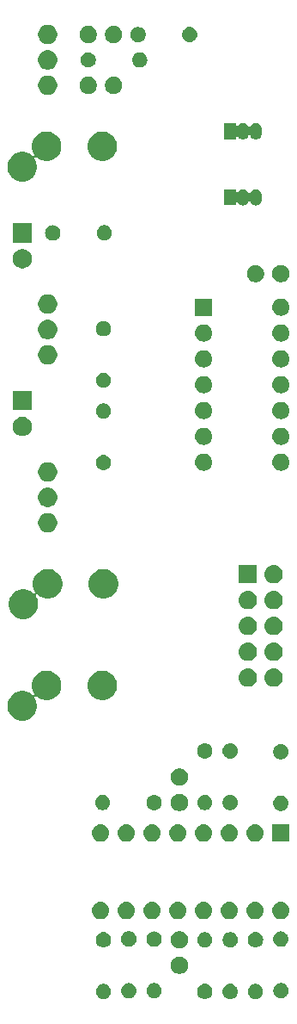
<source format=gbr>
G04 #@! TF.GenerationSoftware,KiCad,Pcbnew,5.1.2-f72e74a~84~ubuntu18.04.1*
G04 #@! TF.CreationDate,2019-05-18T13:16:44+02:00*
G04 #@! TF.ProjectId,lpf,6c70662e-6b69-4636-9164-5f7063625858,0.1*
G04 #@! TF.SameCoordinates,Original*
G04 #@! TF.FileFunction,Soldermask,Bot*
G04 #@! TF.FilePolarity,Negative*
%FSLAX46Y46*%
G04 Gerber Fmt 4.6, Leading zero omitted, Abs format (unit mm)*
G04 Created by KiCad (PCBNEW 5.1.2-f72e74a~84~ubuntu18.04.1) date 2019-05-18 13:16:44*
%MOMM*%
%LPD*%
G04 APERTURE LIST*
%ADD10C,0.100000*%
G04 APERTURE END LIST*
D10*
G36*
X150219059Y-136857860D02*
G01*
X150279294Y-136882810D01*
X150355732Y-136914472D01*
X150478735Y-136996660D01*
X150583340Y-137101265D01*
X150665528Y-137224268D01*
X150722140Y-137360941D01*
X150751000Y-137506033D01*
X150751000Y-137653967D01*
X150722140Y-137799059D01*
X150665528Y-137935732D01*
X150583340Y-138058735D01*
X150478735Y-138163340D01*
X150355732Y-138245528D01*
X150355731Y-138245529D01*
X150355730Y-138245529D01*
X150219059Y-138302140D01*
X150073968Y-138331000D01*
X149926032Y-138331000D01*
X149780941Y-138302140D01*
X149644270Y-138245529D01*
X149644269Y-138245529D01*
X149644268Y-138245528D01*
X149521265Y-138163340D01*
X149416660Y-138058735D01*
X149334472Y-137935732D01*
X149277860Y-137799059D01*
X149249000Y-137653967D01*
X149249000Y-137506033D01*
X149277860Y-137360941D01*
X149334472Y-137224268D01*
X149416660Y-137101265D01*
X149521265Y-136996660D01*
X149644268Y-136914472D01*
X149720707Y-136882810D01*
X149780941Y-136857860D01*
X149926032Y-136829000D01*
X150073968Y-136829000D01*
X150219059Y-136857860D01*
X150219059Y-136857860D01*
G37*
G36*
X147573665Y-136832622D02*
G01*
X147647222Y-136839867D01*
X147788786Y-136882810D01*
X147919252Y-136952546D01*
X147949040Y-136976992D01*
X148033607Y-137046393D01*
X148103008Y-137130960D01*
X148127454Y-137160748D01*
X148197190Y-137291214D01*
X148240133Y-137432778D01*
X148254633Y-137580000D01*
X148240133Y-137727222D01*
X148197190Y-137868786D01*
X148127454Y-137999252D01*
X148103008Y-138029040D01*
X148033607Y-138113607D01*
X147973004Y-138163341D01*
X147919252Y-138207454D01*
X147788786Y-138277190D01*
X147647222Y-138320133D01*
X147573665Y-138327378D01*
X147536888Y-138331000D01*
X147463112Y-138331000D01*
X147426335Y-138327378D01*
X147352778Y-138320133D01*
X147211214Y-138277190D01*
X147080748Y-138207454D01*
X147026996Y-138163341D01*
X146966393Y-138113607D01*
X146896992Y-138029040D01*
X146872546Y-137999252D01*
X146802810Y-137868786D01*
X146759867Y-137727222D01*
X146745367Y-137580000D01*
X146759867Y-137432778D01*
X146802810Y-137291214D01*
X146872546Y-137160748D01*
X146896992Y-137130960D01*
X146966393Y-137046393D01*
X147050960Y-136976992D01*
X147080748Y-136952546D01*
X147211214Y-136882810D01*
X147352778Y-136839867D01*
X147426335Y-136832622D01*
X147463112Y-136829000D01*
X147536888Y-136829000D01*
X147573665Y-136832622D01*
X147573665Y-136832622D01*
G37*
G36*
X145073665Y-136832622D02*
G01*
X145147222Y-136839867D01*
X145288786Y-136882810D01*
X145419252Y-136952546D01*
X145449040Y-136976992D01*
X145533607Y-137046393D01*
X145603008Y-137130960D01*
X145627454Y-137160748D01*
X145697190Y-137291214D01*
X145740133Y-137432778D01*
X145754633Y-137580000D01*
X145740133Y-137727222D01*
X145697190Y-137868786D01*
X145627454Y-137999252D01*
X145603008Y-138029040D01*
X145533607Y-138113607D01*
X145473004Y-138163341D01*
X145419252Y-138207454D01*
X145288786Y-138277190D01*
X145147222Y-138320133D01*
X145073665Y-138327378D01*
X145036888Y-138331000D01*
X144963112Y-138331000D01*
X144926335Y-138327378D01*
X144852778Y-138320133D01*
X144711214Y-138277190D01*
X144580748Y-138207454D01*
X144526996Y-138163341D01*
X144466393Y-138113607D01*
X144396992Y-138029040D01*
X144372546Y-137999252D01*
X144302810Y-137868786D01*
X144259867Y-137727222D01*
X144245367Y-137580000D01*
X144259867Y-137432778D01*
X144302810Y-137291214D01*
X144372546Y-137160748D01*
X144396992Y-137130960D01*
X144466393Y-137046393D01*
X144550960Y-136976992D01*
X144580748Y-136952546D01*
X144711214Y-136882810D01*
X144852778Y-136839867D01*
X144926335Y-136832622D01*
X144963112Y-136829000D01*
X145036888Y-136829000D01*
X145073665Y-136832622D01*
X145073665Y-136832622D01*
G37*
G36*
X135219059Y-136857860D02*
G01*
X135279294Y-136882810D01*
X135355732Y-136914472D01*
X135478735Y-136996660D01*
X135583340Y-137101265D01*
X135665528Y-137224268D01*
X135722140Y-137360941D01*
X135751000Y-137506033D01*
X135751000Y-137653967D01*
X135722140Y-137799059D01*
X135665528Y-137935732D01*
X135583340Y-138058735D01*
X135478735Y-138163340D01*
X135355732Y-138245528D01*
X135355731Y-138245529D01*
X135355730Y-138245529D01*
X135219059Y-138302140D01*
X135073968Y-138331000D01*
X134926032Y-138331000D01*
X134780941Y-138302140D01*
X134644270Y-138245529D01*
X134644269Y-138245529D01*
X134644268Y-138245528D01*
X134521265Y-138163340D01*
X134416660Y-138058735D01*
X134334472Y-137935732D01*
X134277860Y-137799059D01*
X134249000Y-137653967D01*
X134249000Y-137506033D01*
X134277860Y-137360941D01*
X134334472Y-137224268D01*
X134416660Y-137101265D01*
X134521265Y-136996660D01*
X134644268Y-136914472D01*
X134720707Y-136882810D01*
X134780941Y-136857860D01*
X134926032Y-136829000D01*
X135073968Y-136829000D01*
X135219059Y-136857860D01*
X135219059Y-136857860D01*
G37*
G36*
X140219059Y-136777860D02*
G01*
X140342522Y-136829000D01*
X140355732Y-136834472D01*
X140478735Y-136916660D01*
X140583340Y-137021265D01*
X140665528Y-137144268D01*
X140722140Y-137280941D01*
X140751000Y-137426033D01*
X140751000Y-137573967D01*
X140722140Y-137719059D01*
X140665528Y-137855732D01*
X140583340Y-137978735D01*
X140478735Y-138083340D01*
X140355732Y-138165528D01*
X140355731Y-138165529D01*
X140355730Y-138165529D01*
X140219059Y-138222140D01*
X140073968Y-138251000D01*
X139926032Y-138251000D01*
X139780941Y-138222140D01*
X139644270Y-138165529D01*
X139644269Y-138165529D01*
X139644268Y-138165528D01*
X139521265Y-138083340D01*
X139416660Y-137978735D01*
X139334472Y-137855732D01*
X139277860Y-137719059D01*
X139249000Y-137573967D01*
X139249000Y-137426033D01*
X139277860Y-137280941D01*
X139334472Y-137144268D01*
X139416660Y-137021265D01*
X139521265Y-136916660D01*
X139644268Y-136834472D01*
X139657479Y-136829000D01*
X139780941Y-136777860D01*
X139926032Y-136749000D01*
X140073968Y-136749000D01*
X140219059Y-136777860D01*
X140219059Y-136777860D01*
G37*
G36*
X152719059Y-136777860D02*
G01*
X152842522Y-136829000D01*
X152855732Y-136834472D01*
X152978735Y-136916660D01*
X153083340Y-137021265D01*
X153165528Y-137144268D01*
X153222140Y-137280941D01*
X153251000Y-137426033D01*
X153251000Y-137573967D01*
X153222140Y-137719059D01*
X153165528Y-137855732D01*
X153083340Y-137978735D01*
X152978735Y-138083340D01*
X152855732Y-138165528D01*
X152855731Y-138165529D01*
X152855730Y-138165529D01*
X152719059Y-138222140D01*
X152573968Y-138251000D01*
X152426032Y-138251000D01*
X152280941Y-138222140D01*
X152144270Y-138165529D01*
X152144269Y-138165529D01*
X152144268Y-138165528D01*
X152021265Y-138083340D01*
X151916660Y-137978735D01*
X151834472Y-137855732D01*
X151777860Y-137719059D01*
X151749000Y-137573967D01*
X151749000Y-137426033D01*
X151777860Y-137280941D01*
X151834472Y-137144268D01*
X151916660Y-137021265D01*
X152021265Y-136916660D01*
X152144268Y-136834472D01*
X152157479Y-136829000D01*
X152280941Y-136777860D01*
X152426032Y-136749000D01*
X152573968Y-136749000D01*
X152719059Y-136777860D01*
X152719059Y-136777860D01*
G37*
G36*
X137573665Y-136752622D02*
G01*
X137647222Y-136759867D01*
X137788786Y-136802810D01*
X137919252Y-136872546D01*
X137949040Y-136896992D01*
X138033607Y-136966393D01*
X138099260Y-137046393D01*
X138127454Y-137080748D01*
X138197190Y-137211214D01*
X138240133Y-137352778D01*
X138254633Y-137500000D01*
X138240133Y-137647222D01*
X138197190Y-137788786D01*
X138127454Y-137919252D01*
X138113931Y-137935730D01*
X138033607Y-138033607D01*
X137973004Y-138083341D01*
X137919252Y-138127454D01*
X137788786Y-138197190D01*
X137647222Y-138240133D01*
X137592445Y-138245528D01*
X137536888Y-138251000D01*
X137463112Y-138251000D01*
X137407555Y-138245528D01*
X137352778Y-138240133D01*
X137211214Y-138197190D01*
X137080748Y-138127454D01*
X137026996Y-138083341D01*
X136966393Y-138033607D01*
X136886069Y-137935730D01*
X136872546Y-137919252D01*
X136802810Y-137788786D01*
X136759867Y-137647222D01*
X136745367Y-137500000D01*
X136759867Y-137352778D01*
X136802810Y-137211214D01*
X136872546Y-137080748D01*
X136900740Y-137046393D01*
X136966393Y-136966393D01*
X137050960Y-136896992D01*
X137080748Y-136872546D01*
X137211214Y-136802810D01*
X137352778Y-136759867D01*
X137426335Y-136752622D01*
X137463112Y-136749000D01*
X137536888Y-136749000D01*
X137573665Y-136752622D01*
X137573665Y-136752622D01*
G37*
G36*
X142748228Y-134181703D02*
G01*
X142903100Y-134245853D01*
X143042481Y-134338985D01*
X143161015Y-134457519D01*
X143254147Y-134596900D01*
X143318297Y-134751772D01*
X143351000Y-134916184D01*
X143351000Y-135083816D01*
X143318297Y-135248228D01*
X143254147Y-135403100D01*
X143161015Y-135542481D01*
X143042481Y-135661015D01*
X142903100Y-135754147D01*
X142748228Y-135818297D01*
X142583816Y-135851000D01*
X142416184Y-135851000D01*
X142251772Y-135818297D01*
X142096900Y-135754147D01*
X141957519Y-135661015D01*
X141838985Y-135542481D01*
X141745853Y-135403100D01*
X141681703Y-135248228D01*
X141649000Y-135083816D01*
X141649000Y-134916184D01*
X141681703Y-134751772D01*
X141745853Y-134596900D01*
X141838985Y-134457519D01*
X141957519Y-134338985D01*
X142096900Y-134245853D01*
X142251772Y-134181703D01*
X142416184Y-134149000D01*
X142583816Y-134149000D01*
X142748228Y-134181703D01*
X142748228Y-134181703D01*
G37*
G36*
X142748228Y-131681703D02*
G01*
X142903100Y-131745853D01*
X143042481Y-131838985D01*
X143161015Y-131957519D01*
X143254147Y-132096900D01*
X143318297Y-132251772D01*
X143351000Y-132416184D01*
X143351000Y-132583816D01*
X143318297Y-132748228D01*
X143254147Y-132903100D01*
X143161015Y-133042481D01*
X143042481Y-133161015D01*
X142903100Y-133254147D01*
X142748228Y-133318297D01*
X142583816Y-133351000D01*
X142416184Y-133351000D01*
X142251772Y-133318297D01*
X142096900Y-133254147D01*
X141957519Y-133161015D01*
X141838985Y-133042481D01*
X141745853Y-132903100D01*
X141681703Y-132748228D01*
X141649000Y-132583816D01*
X141649000Y-132416184D01*
X141681703Y-132251772D01*
X141745853Y-132096900D01*
X141838985Y-131957519D01*
X141957519Y-131838985D01*
X142096900Y-131745853D01*
X142251772Y-131681703D01*
X142416184Y-131649000D01*
X142583816Y-131649000D01*
X142748228Y-131681703D01*
X142748228Y-131681703D01*
G37*
G36*
X147719059Y-131777860D02*
G01*
X147779294Y-131802810D01*
X147855732Y-131834472D01*
X147978735Y-131916660D01*
X148083340Y-132021265D01*
X148165528Y-132144268D01*
X148222140Y-132280941D01*
X148251000Y-132426033D01*
X148251000Y-132573967D01*
X148222140Y-132719059D01*
X148165528Y-132855732D01*
X148083340Y-132978735D01*
X147978735Y-133083340D01*
X147855732Y-133165528D01*
X147855731Y-133165529D01*
X147855730Y-133165529D01*
X147719059Y-133222140D01*
X147573968Y-133251000D01*
X147426032Y-133251000D01*
X147280941Y-133222140D01*
X147144270Y-133165529D01*
X147144269Y-133165529D01*
X147144268Y-133165528D01*
X147021265Y-133083340D01*
X146916660Y-132978735D01*
X146834472Y-132855732D01*
X146777860Y-132719059D01*
X146749000Y-132573967D01*
X146749000Y-132426033D01*
X146777860Y-132280941D01*
X146834472Y-132144268D01*
X146916660Y-132021265D01*
X147021265Y-131916660D01*
X147144268Y-131834472D01*
X147220707Y-131802810D01*
X147280941Y-131777860D01*
X147426032Y-131749000D01*
X147573968Y-131749000D01*
X147719059Y-131777860D01*
X147719059Y-131777860D01*
G37*
G36*
X150073665Y-131752622D02*
G01*
X150147222Y-131759867D01*
X150288786Y-131802810D01*
X150419252Y-131872546D01*
X150449040Y-131896992D01*
X150533607Y-131966393D01*
X150603008Y-132050960D01*
X150627454Y-132080748D01*
X150697190Y-132211214D01*
X150740133Y-132352778D01*
X150754633Y-132500000D01*
X150740133Y-132647222D01*
X150697190Y-132788786D01*
X150627454Y-132919252D01*
X150603008Y-132949040D01*
X150533607Y-133033607D01*
X150473004Y-133083341D01*
X150419252Y-133127454D01*
X150288786Y-133197190D01*
X150147222Y-133240133D01*
X150073665Y-133247378D01*
X150036888Y-133251000D01*
X149963112Y-133251000D01*
X149926335Y-133247378D01*
X149852778Y-133240133D01*
X149711214Y-133197190D01*
X149580748Y-133127454D01*
X149526996Y-133083341D01*
X149466393Y-133033607D01*
X149396992Y-132949040D01*
X149372546Y-132919252D01*
X149302810Y-132788786D01*
X149259867Y-132647222D01*
X149245367Y-132500000D01*
X149259867Y-132352778D01*
X149302810Y-132211214D01*
X149372546Y-132080748D01*
X149396992Y-132050960D01*
X149466393Y-131966393D01*
X149550960Y-131896992D01*
X149580748Y-131872546D01*
X149711214Y-131802810D01*
X149852778Y-131759867D01*
X149926335Y-131752622D01*
X149963112Y-131749000D01*
X150036888Y-131749000D01*
X150073665Y-131752622D01*
X150073665Y-131752622D01*
G37*
G36*
X135073665Y-131752622D02*
G01*
X135147222Y-131759867D01*
X135288786Y-131802810D01*
X135419252Y-131872546D01*
X135449040Y-131896992D01*
X135533607Y-131966393D01*
X135603008Y-132050960D01*
X135627454Y-132080748D01*
X135697190Y-132211214D01*
X135740133Y-132352778D01*
X135754633Y-132500000D01*
X135740133Y-132647222D01*
X135697190Y-132788786D01*
X135627454Y-132919252D01*
X135603008Y-132949040D01*
X135533607Y-133033607D01*
X135473004Y-133083341D01*
X135419252Y-133127454D01*
X135288786Y-133197190D01*
X135147222Y-133240133D01*
X135073665Y-133247378D01*
X135036888Y-133251000D01*
X134963112Y-133251000D01*
X134926335Y-133247378D01*
X134852778Y-133240133D01*
X134711214Y-133197190D01*
X134580748Y-133127454D01*
X134526996Y-133083341D01*
X134466393Y-133033607D01*
X134396992Y-132949040D01*
X134372546Y-132919252D01*
X134302810Y-132788786D01*
X134259867Y-132647222D01*
X134245367Y-132500000D01*
X134259867Y-132352778D01*
X134302810Y-132211214D01*
X134372546Y-132080748D01*
X134396992Y-132050960D01*
X134466393Y-131966393D01*
X134550960Y-131896992D01*
X134580748Y-131872546D01*
X134711214Y-131802810D01*
X134852778Y-131759867D01*
X134926335Y-131752622D01*
X134963112Y-131749000D01*
X135036888Y-131749000D01*
X135073665Y-131752622D01*
X135073665Y-131752622D01*
G37*
G36*
X145219059Y-131777860D02*
G01*
X145279294Y-131802810D01*
X145355732Y-131834472D01*
X145478735Y-131916660D01*
X145583340Y-132021265D01*
X145665528Y-132144268D01*
X145722140Y-132280941D01*
X145751000Y-132426033D01*
X145751000Y-132573967D01*
X145722140Y-132719059D01*
X145665528Y-132855732D01*
X145583340Y-132978735D01*
X145478735Y-133083340D01*
X145355732Y-133165528D01*
X145355731Y-133165529D01*
X145355730Y-133165529D01*
X145219059Y-133222140D01*
X145073968Y-133251000D01*
X144926032Y-133251000D01*
X144780941Y-133222140D01*
X144644270Y-133165529D01*
X144644269Y-133165529D01*
X144644268Y-133165528D01*
X144521265Y-133083340D01*
X144416660Y-132978735D01*
X144334472Y-132855732D01*
X144277860Y-132719059D01*
X144249000Y-132573967D01*
X144249000Y-132426033D01*
X144277860Y-132280941D01*
X144334472Y-132144268D01*
X144416660Y-132021265D01*
X144521265Y-131916660D01*
X144644268Y-131834472D01*
X144720707Y-131802810D01*
X144780941Y-131777860D01*
X144926032Y-131749000D01*
X145073968Y-131749000D01*
X145219059Y-131777860D01*
X145219059Y-131777860D01*
G37*
G36*
X152573665Y-131672622D02*
G01*
X152647222Y-131679867D01*
X152788786Y-131722810D01*
X152919252Y-131792546D01*
X152949040Y-131816992D01*
X153033607Y-131886393D01*
X153091977Y-131957519D01*
X153127454Y-132000748D01*
X153197190Y-132131214D01*
X153240133Y-132272778D01*
X153254633Y-132420000D01*
X153240133Y-132567222D01*
X153197190Y-132708786D01*
X153127454Y-132839252D01*
X153113931Y-132855730D01*
X153033607Y-132953607D01*
X152973004Y-133003341D01*
X152919252Y-133047454D01*
X152788786Y-133117190D01*
X152647222Y-133160133D01*
X152592445Y-133165528D01*
X152536888Y-133171000D01*
X152463112Y-133171000D01*
X152407555Y-133165528D01*
X152352778Y-133160133D01*
X152211214Y-133117190D01*
X152080748Y-133047454D01*
X152026996Y-133003341D01*
X151966393Y-132953607D01*
X151886069Y-132855730D01*
X151872546Y-132839252D01*
X151802810Y-132708786D01*
X151759867Y-132567222D01*
X151745367Y-132420000D01*
X151759867Y-132272778D01*
X151802810Y-132131214D01*
X151872546Y-132000748D01*
X151908023Y-131957519D01*
X151966393Y-131886393D01*
X152050960Y-131816992D01*
X152080748Y-131792546D01*
X152211214Y-131722810D01*
X152352778Y-131679867D01*
X152426335Y-131672622D01*
X152463112Y-131669000D01*
X152536888Y-131669000D01*
X152573665Y-131672622D01*
X152573665Y-131672622D01*
G37*
G36*
X140073665Y-131672622D02*
G01*
X140147222Y-131679867D01*
X140288786Y-131722810D01*
X140419252Y-131792546D01*
X140449040Y-131816992D01*
X140533607Y-131886393D01*
X140591977Y-131957519D01*
X140627454Y-132000748D01*
X140697190Y-132131214D01*
X140740133Y-132272778D01*
X140754633Y-132420000D01*
X140740133Y-132567222D01*
X140697190Y-132708786D01*
X140627454Y-132839252D01*
X140613931Y-132855730D01*
X140533607Y-132953607D01*
X140473004Y-133003341D01*
X140419252Y-133047454D01*
X140288786Y-133117190D01*
X140147222Y-133160133D01*
X140092445Y-133165528D01*
X140036888Y-133171000D01*
X139963112Y-133171000D01*
X139907555Y-133165528D01*
X139852778Y-133160133D01*
X139711214Y-133117190D01*
X139580748Y-133047454D01*
X139526996Y-133003341D01*
X139466393Y-132953607D01*
X139386069Y-132855730D01*
X139372546Y-132839252D01*
X139302810Y-132708786D01*
X139259867Y-132567222D01*
X139245367Y-132420000D01*
X139259867Y-132272778D01*
X139302810Y-132131214D01*
X139372546Y-132000748D01*
X139408023Y-131957519D01*
X139466393Y-131886393D01*
X139550960Y-131816992D01*
X139580748Y-131792546D01*
X139711214Y-131722810D01*
X139852778Y-131679867D01*
X139926335Y-131672622D01*
X139963112Y-131669000D01*
X140036888Y-131669000D01*
X140073665Y-131672622D01*
X140073665Y-131672622D01*
G37*
G36*
X137719059Y-131697860D02*
G01*
X137842522Y-131749000D01*
X137855732Y-131754472D01*
X137978735Y-131836660D01*
X138083340Y-131941265D01*
X138165528Y-132064268D01*
X138165529Y-132064270D01*
X138222140Y-132200941D01*
X138251000Y-132346032D01*
X138251000Y-132493968D01*
X138233128Y-132583816D01*
X138222140Y-132639059D01*
X138165528Y-132775732D01*
X138083340Y-132898735D01*
X137978735Y-133003340D01*
X137855732Y-133085528D01*
X137855731Y-133085529D01*
X137855730Y-133085529D01*
X137719059Y-133142140D01*
X137573968Y-133171000D01*
X137426032Y-133171000D01*
X137280941Y-133142140D01*
X137144270Y-133085529D01*
X137144269Y-133085529D01*
X137144268Y-133085528D01*
X137021265Y-133003340D01*
X136916660Y-132898735D01*
X136834472Y-132775732D01*
X136777860Y-132639059D01*
X136766872Y-132583816D01*
X136749000Y-132493968D01*
X136749000Y-132346032D01*
X136777860Y-132200941D01*
X136834471Y-132064270D01*
X136834472Y-132064268D01*
X136916660Y-131941265D01*
X137021265Y-131836660D01*
X137144268Y-131754472D01*
X137157479Y-131749000D01*
X137280941Y-131697860D01*
X137426032Y-131669000D01*
X137573968Y-131669000D01*
X137719059Y-131697860D01*
X137719059Y-131697860D01*
G37*
G36*
X150126823Y-128781313D02*
G01*
X150287242Y-128829976D01*
X150419906Y-128900886D01*
X150435078Y-128908996D01*
X150564659Y-129015341D01*
X150671004Y-129144922D01*
X150671005Y-129144924D01*
X150750024Y-129292758D01*
X150798687Y-129453177D01*
X150815117Y-129620000D01*
X150798687Y-129786823D01*
X150750024Y-129947242D01*
X150679114Y-130079906D01*
X150671004Y-130095078D01*
X150564659Y-130224659D01*
X150435078Y-130331004D01*
X150435076Y-130331005D01*
X150287242Y-130410024D01*
X150126823Y-130458687D01*
X150001804Y-130471000D01*
X149918196Y-130471000D01*
X149793177Y-130458687D01*
X149632758Y-130410024D01*
X149484924Y-130331005D01*
X149484922Y-130331004D01*
X149355341Y-130224659D01*
X149248996Y-130095078D01*
X149240886Y-130079906D01*
X149169976Y-129947242D01*
X149121313Y-129786823D01*
X149104883Y-129620000D01*
X149121313Y-129453177D01*
X149169976Y-129292758D01*
X149248995Y-129144924D01*
X149248996Y-129144922D01*
X149355341Y-129015341D01*
X149484922Y-128908996D01*
X149500094Y-128900886D01*
X149632758Y-128829976D01*
X149793177Y-128781313D01*
X149918196Y-128769000D01*
X150001804Y-128769000D01*
X150126823Y-128781313D01*
X150126823Y-128781313D01*
G37*
G36*
X134886823Y-128781313D02*
G01*
X135047242Y-128829976D01*
X135179906Y-128900886D01*
X135195078Y-128908996D01*
X135324659Y-129015341D01*
X135431004Y-129144922D01*
X135431005Y-129144924D01*
X135510024Y-129292758D01*
X135558687Y-129453177D01*
X135575117Y-129620000D01*
X135558687Y-129786823D01*
X135510024Y-129947242D01*
X135439114Y-130079906D01*
X135431004Y-130095078D01*
X135324659Y-130224659D01*
X135195078Y-130331004D01*
X135195076Y-130331005D01*
X135047242Y-130410024D01*
X134886823Y-130458687D01*
X134761804Y-130471000D01*
X134678196Y-130471000D01*
X134553177Y-130458687D01*
X134392758Y-130410024D01*
X134244924Y-130331005D01*
X134244922Y-130331004D01*
X134115341Y-130224659D01*
X134008996Y-130095078D01*
X134000886Y-130079906D01*
X133929976Y-129947242D01*
X133881313Y-129786823D01*
X133864883Y-129620000D01*
X133881313Y-129453177D01*
X133929976Y-129292758D01*
X134008995Y-129144924D01*
X134008996Y-129144922D01*
X134115341Y-129015341D01*
X134244922Y-128908996D01*
X134260094Y-128900886D01*
X134392758Y-128829976D01*
X134553177Y-128781313D01*
X134678196Y-128769000D01*
X134761804Y-128769000D01*
X134886823Y-128781313D01*
X134886823Y-128781313D01*
G37*
G36*
X137426823Y-128781313D02*
G01*
X137587242Y-128829976D01*
X137719906Y-128900886D01*
X137735078Y-128908996D01*
X137864659Y-129015341D01*
X137971004Y-129144922D01*
X137971005Y-129144924D01*
X138050024Y-129292758D01*
X138098687Y-129453177D01*
X138115117Y-129620000D01*
X138098687Y-129786823D01*
X138050024Y-129947242D01*
X137979114Y-130079906D01*
X137971004Y-130095078D01*
X137864659Y-130224659D01*
X137735078Y-130331004D01*
X137735076Y-130331005D01*
X137587242Y-130410024D01*
X137426823Y-130458687D01*
X137301804Y-130471000D01*
X137218196Y-130471000D01*
X137093177Y-130458687D01*
X136932758Y-130410024D01*
X136784924Y-130331005D01*
X136784922Y-130331004D01*
X136655341Y-130224659D01*
X136548996Y-130095078D01*
X136540886Y-130079906D01*
X136469976Y-129947242D01*
X136421313Y-129786823D01*
X136404883Y-129620000D01*
X136421313Y-129453177D01*
X136469976Y-129292758D01*
X136548995Y-129144924D01*
X136548996Y-129144922D01*
X136655341Y-129015341D01*
X136784922Y-128908996D01*
X136800094Y-128900886D01*
X136932758Y-128829976D01*
X137093177Y-128781313D01*
X137218196Y-128769000D01*
X137301804Y-128769000D01*
X137426823Y-128781313D01*
X137426823Y-128781313D01*
G37*
G36*
X139966823Y-128781313D02*
G01*
X140127242Y-128829976D01*
X140259906Y-128900886D01*
X140275078Y-128908996D01*
X140404659Y-129015341D01*
X140511004Y-129144922D01*
X140511005Y-129144924D01*
X140590024Y-129292758D01*
X140638687Y-129453177D01*
X140655117Y-129620000D01*
X140638687Y-129786823D01*
X140590024Y-129947242D01*
X140519114Y-130079906D01*
X140511004Y-130095078D01*
X140404659Y-130224659D01*
X140275078Y-130331004D01*
X140275076Y-130331005D01*
X140127242Y-130410024D01*
X139966823Y-130458687D01*
X139841804Y-130471000D01*
X139758196Y-130471000D01*
X139633177Y-130458687D01*
X139472758Y-130410024D01*
X139324924Y-130331005D01*
X139324922Y-130331004D01*
X139195341Y-130224659D01*
X139088996Y-130095078D01*
X139080886Y-130079906D01*
X139009976Y-129947242D01*
X138961313Y-129786823D01*
X138944883Y-129620000D01*
X138961313Y-129453177D01*
X139009976Y-129292758D01*
X139088995Y-129144924D01*
X139088996Y-129144922D01*
X139195341Y-129015341D01*
X139324922Y-128908996D01*
X139340094Y-128900886D01*
X139472758Y-128829976D01*
X139633177Y-128781313D01*
X139758196Y-128769000D01*
X139841804Y-128769000D01*
X139966823Y-128781313D01*
X139966823Y-128781313D01*
G37*
G36*
X142506823Y-128781313D02*
G01*
X142667242Y-128829976D01*
X142799906Y-128900886D01*
X142815078Y-128908996D01*
X142944659Y-129015341D01*
X143051004Y-129144922D01*
X143051005Y-129144924D01*
X143130024Y-129292758D01*
X143178687Y-129453177D01*
X143195117Y-129620000D01*
X143178687Y-129786823D01*
X143130024Y-129947242D01*
X143059114Y-130079906D01*
X143051004Y-130095078D01*
X142944659Y-130224659D01*
X142815078Y-130331004D01*
X142815076Y-130331005D01*
X142667242Y-130410024D01*
X142506823Y-130458687D01*
X142381804Y-130471000D01*
X142298196Y-130471000D01*
X142173177Y-130458687D01*
X142012758Y-130410024D01*
X141864924Y-130331005D01*
X141864922Y-130331004D01*
X141735341Y-130224659D01*
X141628996Y-130095078D01*
X141620886Y-130079906D01*
X141549976Y-129947242D01*
X141501313Y-129786823D01*
X141484883Y-129620000D01*
X141501313Y-129453177D01*
X141549976Y-129292758D01*
X141628995Y-129144924D01*
X141628996Y-129144922D01*
X141735341Y-129015341D01*
X141864922Y-128908996D01*
X141880094Y-128900886D01*
X142012758Y-128829976D01*
X142173177Y-128781313D01*
X142298196Y-128769000D01*
X142381804Y-128769000D01*
X142506823Y-128781313D01*
X142506823Y-128781313D01*
G37*
G36*
X145046823Y-128781313D02*
G01*
X145207242Y-128829976D01*
X145339906Y-128900886D01*
X145355078Y-128908996D01*
X145484659Y-129015341D01*
X145591004Y-129144922D01*
X145591005Y-129144924D01*
X145670024Y-129292758D01*
X145718687Y-129453177D01*
X145735117Y-129620000D01*
X145718687Y-129786823D01*
X145670024Y-129947242D01*
X145599114Y-130079906D01*
X145591004Y-130095078D01*
X145484659Y-130224659D01*
X145355078Y-130331004D01*
X145355076Y-130331005D01*
X145207242Y-130410024D01*
X145046823Y-130458687D01*
X144921804Y-130471000D01*
X144838196Y-130471000D01*
X144713177Y-130458687D01*
X144552758Y-130410024D01*
X144404924Y-130331005D01*
X144404922Y-130331004D01*
X144275341Y-130224659D01*
X144168996Y-130095078D01*
X144160886Y-130079906D01*
X144089976Y-129947242D01*
X144041313Y-129786823D01*
X144024883Y-129620000D01*
X144041313Y-129453177D01*
X144089976Y-129292758D01*
X144168995Y-129144924D01*
X144168996Y-129144922D01*
X144275341Y-129015341D01*
X144404922Y-128908996D01*
X144420094Y-128900886D01*
X144552758Y-128829976D01*
X144713177Y-128781313D01*
X144838196Y-128769000D01*
X144921804Y-128769000D01*
X145046823Y-128781313D01*
X145046823Y-128781313D01*
G37*
G36*
X147586823Y-128781313D02*
G01*
X147747242Y-128829976D01*
X147879906Y-128900886D01*
X147895078Y-128908996D01*
X148024659Y-129015341D01*
X148131004Y-129144922D01*
X148131005Y-129144924D01*
X148210024Y-129292758D01*
X148258687Y-129453177D01*
X148275117Y-129620000D01*
X148258687Y-129786823D01*
X148210024Y-129947242D01*
X148139114Y-130079906D01*
X148131004Y-130095078D01*
X148024659Y-130224659D01*
X147895078Y-130331004D01*
X147895076Y-130331005D01*
X147747242Y-130410024D01*
X147586823Y-130458687D01*
X147461804Y-130471000D01*
X147378196Y-130471000D01*
X147253177Y-130458687D01*
X147092758Y-130410024D01*
X146944924Y-130331005D01*
X146944922Y-130331004D01*
X146815341Y-130224659D01*
X146708996Y-130095078D01*
X146700886Y-130079906D01*
X146629976Y-129947242D01*
X146581313Y-129786823D01*
X146564883Y-129620000D01*
X146581313Y-129453177D01*
X146629976Y-129292758D01*
X146708995Y-129144924D01*
X146708996Y-129144922D01*
X146815341Y-129015341D01*
X146944922Y-128908996D01*
X146960094Y-128900886D01*
X147092758Y-128829976D01*
X147253177Y-128781313D01*
X147378196Y-128769000D01*
X147461804Y-128769000D01*
X147586823Y-128781313D01*
X147586823Y-128781313D01*
G37*
G36*
X152666823Y-128781313D02*
G01*
X152827242Y-128829976D01*
X152959906Y-128900886D01*
X152975078Y-128908996D01*
X153104659Y-129015341D01*
X153211004Y-129144922D01*
X153211005Y-129144924D01*
X153290024Y-129292758D01*
X153338687Y-129453177D01*
X153355117Y-129620000D01*
X153338687Y-129786823D01*
X153290024Y-129947242D01*
X153219114Y-130079906D01*
X153211004Y-130095078D01*
X153104659Y-130224659D01*
X152975078Y-130331004D01*
X152975076Y-130331005D01*
X152827242Y-130410024D01*
X152666823Y-130458687D01*
X152541804Y-130471000D01*
X152458196Y-130471000D01*
X152333177Y-130458687D01*
X152172758Y-130410024D01*
X152024924Y-130331005D01*
X152024922Y-130331004D01*
X151895341Y-130224659D01*
X151788996Y-130095078D01*
X151780886Y-130079906D01*
X151709976Y-129947242D01*
X151661313Y-129786823D01*
X151644883Y-129620000D01*
X151661313Y-129453177D01*
X151709976Y-129292758D01*
X151788995Y-129144924D01*
X151788996Y-129144922D01*
X151895341Y-129015341D01*
X152024922Y-128908996D01*
X152040094Y-128900886D01*
X152172758Y-128829976D01*
X152333177Y-128781313D01*
X152458196Y-128769000D01*
X152541804Y-128769000D01*
X152666823Y-128781313D01*
X152666823Y-128781313D01*
G37*
G36*
X150126823Y-121161313D02*
G01*
X150287242Y-121209976D01*
X150419906Y-121280886D01*
X150435078Y-121288996D01*
X150564659Y-121395341D01*
X150671004Y-121524922D01*
X150671005Y-121524924D01*
X150750024Y-121672758D01*
X150798687Y-121833177D01*
X150815117Y-122000000D01*
X150798687Y-122166823D01*
X150750024Y-122327242D01*
X150679114Y-122459906D01*
X150671004Y-122475078D01*
X150564659Y-122604659D01*
X150435078Y-122711004D01*
X150435076Y-122711005D01*
X150287242Y-122790024D01*
X150126823Y-122838687D01*
X150001804Y-122851000D01*
X149918196Y-122851000D01*
X149793177Y-122838687D01*
X149632758Y-122790024D01*
X149484924Y-122711005D01*
X149484922Y-122711004D01*
X149355341Y-122604659D01*
X149248996Y-122475078D01*
X149240886Y-122459906D01*
X149169976Y-122327242D01*
X149121313Y-122166823D01*
X149104883Y-122000000D01*
X149121313Y-121833177D01*
X149169976Y-121672758D01*
X149248995Y-121524924D01*
X149248996Y-121524922D01*
X149355341Y-121395341D01*
X149484922Y-121288996D01*
X149500094Y-121280886D01*
X149632758Y-121209976D01*
X149793177Y-121161313D01*
X149918196Y-121149000D01*
X150001804Y-121149000D01*
X150126823Y-121161313D01*
X150126823Y-121161313D01*
G37*
G36*
X147586823Y-121161313D02*
G01*
X147747242Y-121209976D01*
X147879906Y-121280886D01*
X147895078Y-121288996D01*
X148024659Y-121395341D01*
X148131004Y-121524922D01*
X148131005Y-121524924D01*
X148210024Y-121672758D01*
X148258687Y-121833177D01*
X148275117Y-122000000D01*
X148258687Y-122166823D01*
X148210024Y-122327242D01*
X148139114Y-122459906D01*
X148131004Y-122475078D01*
X148024659Y-122604659D01*
X147895078Y-122711004D01*
X147895076Y-122711005D01*
X147747242Y-122790024D01*
X147586823Y-122838687D01*
X147461804Y-122851000D01*
X147378196Y-122851000D01*
X147253177Y-122838687D01*
X147092758Y-122790024D01*
X146944924Y-122711005D01*
X146944922Y-122711004D01*
X146815341Y-122604659D01*
X146708996Y-122475078D01*
X146700886Y-122459906D01*
X146629976Y-122327242D01*
X146581313Y-122166823D01*
X146564883Y-122000000D01*
X146581313Y-121833177D01*
X146629976Y-121672758D01*
X146708995Y-121524924D01*
X146708996Y-121524922D01*
X146815341Y-121395341D01*
X146944922Y-121288996D01*
X146960094Y-121280886D01*
X147092758Y-121209976D01*
X147253177Y-121161313D01*
X147378196Y-121149000D01*
X147461804Y-121149000D01*
X147586823Y-121161313D01*
X147586823Y-121161313D01*
G37*
G36*
X145046823Y-121161313D02*
G01*
X145207242Y-121209976D01*
X145339906Y-121280886D01*
X145355078Y-121288996D01*
X145484659Y-121395341D01*
X145591004Y-121524922D01*
X145591005Y-121524924D01*
X145670024Y-121672758D01*
X145718687Y-121833177D01*
X145735117Y-122000000D01*
X145718687Y-122166823D01*
X145670024Y-122327242D01*
X145599114Y-122459906D01*
X145591004Y-122475078D01*
X145484659Y-122604659D01*
X145355078Y-122711004D01*
X145355076Y-122711005D01*
X145207242Y-122790024D01*
X145046823Y-122838687D01*
X144921804Y-122851000D01*
X144838196Y-122851000D01*
X144713177Y-122838687D01*
X144552758Y-122790024D01*
X144404924Y-122711005D01*
X144404922Y-122711004D01*
X144275341Y-122604659D01*
X144168996Y-122475078D01*
X144160886Y-122459906D01*
X144089976Y-122327242D01*
X144041313Y-122166823D01*
X144024883Y-122000000D01*
X144041313Y-121833177D01*
X144089976Y-121672758D01*
X144168995Y-121524924D01*
X144168996Y-121524922D01*
X144275341Y-121395341D01*
X144404922Y-121288996D01*
X144420094Y-121280886D01*
X144552758Y-121209976D01*
X144713177Y-121161313D01*
X144838196Y-121149000D01*
X144921804Y-121149000D01*
X145046823Y-121161313D01*
X145046823Y-121161313D01*
G37*
G36*
X142506823Y-121161313D02*
G01*
X142667242Y-121209976D01*
X142799906Y-121280886D01*
X142815078Y-121288996D01*
X142944659Y-121395341D01*
X143051004Y-121524922D01*
X143051005Y-121524924D01*
X143130024Y-121672758D01*
X143178687Y-121833177D01*
X143195117Y-122000000D01*
X143178687Y-122166823D01*
X143130024Y-122327242D01*
X143059114Y-122459906D01*
X143051004Y-122475078D01*
X142944659Y-122604659D01*
X142815078Y-122711004D01*
X142815076Y-122711005D01*
X142667242Y-122790024D01*
X142506823Y-122838687D01*
X142381804Y-122851000D01*
X142298196Y-122851000D01*
X142173177Y-122838687D01*
X142012758Y-122790024D01*
X141864924Y-122711005D01*
X141864922Y-122711004D01*
X141735341Y-122604659D01*
X141628996Y-122475078D01*
X141620886Y-122459906D01*
X141549976Y-122327242D01*
X141501313Y-122166823D01*
X141484883Y-122000000D01*
X141501313Y-121833177D01*
X141549976Y-121672758D01*
X141628995Y-121524924D01*
X141628996Y-121524922D01*
X141735341Y-121395341D01*
X141864922Y-121288996D01*
X141880094Y-121280886D01*
X142012758Y-121209976D01*
X142173177Y-121161313D01*
X142298196Y-121149000D01*
X142381804Y-121149000D01*
X142506823Y-121161313D01*
X142506823Y-121161313D01*
G37*
G36*
X134886823Y-121161313D02*
G01*
X135047242Y-121209976D01*
X135179906Y-121280886D01*
X135195078Y-121288996D01*
X135324659Y-121395341D01*
X135431004Y-121524922D01*
X135431005Y-121524924D01*
X135510024Y-121672758D01*
X135558687Y-121833177D01*
X135575117Y-122000000D01*
X135558687Y-122166823D01*
X135510024Y-122327242D01*
X135439114Y-122459906D01*
X135431004Y-122475078D01*
X135324659Y-122604659D01*
X135195078Y-122711004D01*
X135195076Y-122711005D01*
X135047242Y-122790024D01*
X134886823Y-122838687D01*
X134761804Y-122851000D01*
X134678196Y-122851000D01*
X134553177Y-122838687D01*
X134392758Y-122790024D01*
X134244924Y-122711005D01*
X134244922Y-122711004D01*
X134115341Y-122604659D01*
X134008996Y-122475078D01*
X134000886Y-122459906D01*
X133929976Y-122327242D01*
X133881313Y-122166823D01*
X133864883Y-122000000D01*
X133881313Y-121833177D01*
X133929976Y-121672758D01*
X134008995Y-121524924D01*
X134008996Y-121524922D01*
X134115341Y-121395341D01*
X134244922Y-121288996D01*
X134260094Y-121280886D01*
X134392758Y-121209976D01*
X134553177Y-121161313D01*
X134678196Y-121149000D01*
X134761804Y-121149000D01*
X134886823Y-121161313D01*
X134886823Y-121161313D01*
G37*
G36*
X153351000Y-122851000D02*
G01*
X151649000Y-122851000D01*
X151649000Y-121149000D01*
X153351000Y-121149000D01*
X153351000Y-122851000D01*
X153351000Y-122851000D01*
G37*
G36*
X137426823Y-121161313D02*
G01*
X137587242Y-121209976D01*
X137719906Y-121280886D01*
X137735078Y-121288996D01*
X137864659Y-121395341D01*
X137971004Y-121524922D01*
X137971005Y-121524924D01*
X138050024Y-121672758D01*
X138098687Y-121833177D01*
X138115117Y-122000000D01*
X138098687Y-122166823D01*
X138050024Y-122327242D01*
X137979114Y-122459906D01*
X137971004Y-122475078D01*
X137864659Y-122604659D01*
X137735078Y-122711004D01*
X137735076Y-122711005D01*
X137587242Y-122790024D01*
X137426823Y-122838687D01*
X137301804Y-122851000D01*
X137218196Y-122851000D01*
X137093177Y-122838687D01*
X136932758Y-122790024D01*
X136784924Y-122711005D01*
X136784922Y-122711004D01*
X136655341Y-122604659D01*
X136548996Y-122475078D01*
X136540886Y-122459906D01*
X136469976Y-122327242D01*
X136421313Y-122166823D01*
X136404883Y-122000000D01*
X136421313Y-121833177D01*
X136469976Y-121672758D01*
X136548995Y-121524924D01*
X136548996Y-121524922D01*
X136655341Y-121395341D01*
X136784922Y-121288996D01*
X136800094Y-121280886D01*
X136932758Y-121209976D01*
X137093177Y-121161313D01*
X137218196Y-121149000D01*
X137301804Y-121149000D01*
X137426823Y-121161313D01*
X137426823Y-121161313D01*
G37*
G36*
X139966823Y-121161313D02*
G01*
X140127242Y-121209976D01*
X140259906Y-121280886D01*
X140275078Y-121288996D01*
X140404659Y-121395341D01*
X140511004Y-121524922D01*
X140511005Y-121524924D01*
X140590024Y-121672758D01*
X140638687Y-121833177D01*
X140655117Y-122000000D01*
X140638687Y-122166823D01*
X140590024Y-122327242D01*
X140519114Y-122459906D01*
X140511004Y-122475078D01*
X140404659Y-122604659D01*
X140275078Y-122711004D01*
X140275076Y-122711005D01*
X140127242Y-122790024D01*
X139966823Y-122838687D01*
X139841804Y-122851000D01*
X139758196Y-122851000D01*
X139633177Y-122838687D01*
X139472758Y-122790024D01*
X139324924Y-122711005D01*
X139324922Y-122711004D01*
X139195341Y-122604659D01*
X139088996Y-122475078D01*
X139080886Y-122459906D01*
X139009976Y-122327242D01*
X138961313Y-122166823D01*
X138944883Y-122000000D01*
X138961313Y-121833177D01*
X139009976Y-121672758D01*
X139088995Y-121524924D01*
X139088996Y-121524922D01*
X139195341Y-121395341D01*
X139324922Y-121288996D01*
X139340094Y-121280886D01*
X139472758Y-121209976D01*
X139633177Y-121161313D01*
X139758196Y-121149000D01*
X139841804Y-121149000D01*
X139966823Y-121161313D01*
X139966823Y-121161313D01*
G37*
G36*
X142748228Y-118181703D02*
G01*
X142903100Y-118245853D01*
X143042481Y-118338985D01*
X143161015Y-118457519D01*
X143254147Y-118596900D01*
X143318297Y-118751772D01*
X143351000Y-118916184D01*
X143351000Y-119083816D01*
X143318297Y-119248228D01*
X143254147Y-119403100D01*
X143161015Y-119542481D01*
X143042481Y-119661015D01*
X142903100Y-119754147D01*
X142748228Y-119818297D01*
X142583816Y-119851000D01*
X142416184Y-119851000D01*
X142251772Y-119818297D01*
X142096900Y-119754147D01*
X141957519Y-119661015D01*
X141838985Y-119542481D01*
X141745853Y-119403100D01*
X141681703Y-119248228D01*
X141649000Y-119083816D01*
X141649000Y-118916184D01*
X141681703Y-118751772D01*
X141745853Y-118596900D01*
X141838985Y-118457519D01*
X141957519Y-118338985D01*
X142096900Y-118245853D01*
X142251772Y-118181703D01*
X142416184Y-118149000D01*
X142583816Y-118149000D01*
X142748228Y-118181703D01*
X142748228Y-118181703D01*
G37*
G36*
X152573665Y-118332622D02*
G01*
X152647222Y-118339867D01*
X152788786Y-118382810D01*
X152919252Y-118452546D01*
X152949040Y-118476992D01*
X153033607Y-118546393D01*
X153075058Y-118596903D01*
X153127454Y-118660748D01*
X153197190Y-118791214D01*
X153240133Y-118932778D01*
X153254633Y-119080000D01*
X153240133Y-119227222D01*
X153197190Y-119368786D01*
X153127454Y-119499252D01*
X153103008Y-119529040D01*
X153033607Y-119613607D01*
X152970339Y-119665528D01*
X152919252Y-119707454D01*
X152788786Y-119777190D01*
X152647222Y-119820133D01*
X152573665Y-119827378D01*
X152536888Y-119831000D01*
X152463112Y-119831000D01*
X152426335Y-119827378D01*
X152352778Y-119820133D01*
X152211214Y-119777190D01*
X152080748Y-119707454D01*
X152029661Y-119665528D01*
X151966393Y-119613607D01*
X151896992Y-119529040D01*
X151872546Y-119499252D01*
X151802810Y-119368786D01*
X151759867Y-119227222D01*
X151745367Y-119080000D01*
X151759867Y-118932778D01*
X151802810Y-118791214D01*
X151872546Y-118660748D01*
X151924942Y-118596903D01*
X151966393Y-118546393D01*
X152050960Y-118476992D01*
X152080748Y-118452546D01*
X152211214Y-118382810D01*
X152352778Y-118339867D01*
X152426335Y-118332622D01*
X152463112Y-118329000D01*
X152536888Y-118329000D01*
X152573665Y-118332622D01*
X152573665Y-118332622D01*
G37*
G36*
X147719059Y-118277860D02*
G01*
X147842522Y-118329000D01*
X147855732Y-118334472D01*
X147978735Y-118416660D01*
X148083340Y-118521265D01*
X148165528Y-118644268D01*
X148222140Y-118780941D01*
X148251000Y-118926033D01*
X148251000Y-119073967D01*
X148222140Y-119219059D01*
X148165528Y-119355732D01*
X148083340Y-119478735D01*
X147978735Y-119583340D01*
X147855732Y-119665528D01*
X147855731Y-119665529D01*
X147855730Y-119665529D01*
X147719059Y-119722140D01*
X147573968Y-119751000D01*
X147426032Y-119751000D01*
X147280941Y-119722140D01*
X147144270Y-119665529D01*
X147144269Y-119665529D01*
X147144268Y-119665528D01*
X147021265Y-119583340D01*
X146916660Y-119478735D01*
X146834472Y-119355732D01*
X146777860Y-119219059D01*
X146749000Y-119073967D01*
X146749000Y-118926033D01*
X146777860Y-118780941D01*
X146834472Y-118644268D01*
X146916660Y-118521265D01*
X147021265Y-118416660D01*
X147144268Y-118334472D01*
X147157479Y-118329000D01*
X147280941Y-118277860D01*
X147426032Y-118249000D01*
X147573968Y-118249000D01*
X147719059Y-118277860D01*
X147719059Y-118277860D01*
G37*
G36*
X140073665Y-118252622D02*
G01*
X140147222Y-118259867D01*
X140288786Y-118302810D01*
X140419252Y-118372546D01*
X140449040Y-118396992D01*
X140533607Y-118466393D01*
X140599260Y-118546393D01*
X140627454Y-118580748D01*
X140697190Y-118711214D01*
X140740133Y-118852778D01*
X140754633Y-119000000D01*
X140740133Y-119147222D01*
X140697190Y-119288786D01*
X140627454Y-119419252D01*
X140603008Y-119449040D01*
X140533607Y-119533607D01*
X140473004Y-119583341D01*
X140419252Y-119627454D01*
X140288786Y-119697190D01*
X140147222Y-119740133D01*
X140073665Y-119747378D01*
X140036888Y-119751000D01*
X139963112Y-119751000D01*
X139926335Y-119747378D01*
X139852778Y-119740133D01*
X139711214Y-119697190D01*
X139580748Y-119627454D01*
X139526996Y-119583341D01*
X139466393Y-119533607D01*
X139396992Y-119449040D01*
X139372546Y-119419252D01*
X139302810Y-119288786D01*
X139259867Y-119147222D01*
X139245367Y-119000000D01*
X139259867Y-118852778D01*
X139302810Y-118711214D01*
X139372546Y-118580748D01*
X139400740Y-118546393D01*
X139466393Y-118466393D01*
X139550960Y-118396992D01*
X139580748Y-118372546D01*
X139711214Y-118302810D01*
X139852778Y-118259867D01*
X139926335Y-118252622D01*
X139963112Y-118249000D01*
X140036888Y-118249000D01*
X140073665Y-118252622D01*
X140073665Y-118252622D01*
G37*
G36*
X135139059Y-118277860D02*
G01*
X135262522Y-118329000D01*
X135275732Y-118334472D01*
X135398735Y-118416660D01*
X135503340Y-118521265D01*
X135585528Y-118644268D01*
X135642140Y-118780941D01*
X135671000Y-118926033D01*
X135671000Y-119073967D01*
X135642140Y-119219059D01*
X135585528Y-119355732D01*
X135503340Y-119478735D01*
X135398735Y-119583340D01*
X135275732Y-119665528D01*
X135275731Y-119665529D01*
X135275730Y-119665529D01*
X135139059Y-119722140D01*
X134993968Y-119751000D01*
X134846032Y-119751000D01*
X134700941Y-119722140D01*
X134564270Y-119665529D01*
X134564269Y-119665529D01*
X134564268Y-119665528D01*
X134441265Y-119583340D01*
X134336660Y-119478735D01*
X134254472Y-119355732D01*
X134197860Y-119219059D01*
X134169000Y-119073967D01*
X134169000Y-118926033D01*
X134197860Y-118780941D01*
X134254472Y-118644268D01*
X134336660Y-118521265D01*
X134441265Y-118416660D01*
X134564268Y-118334472D01*
X134577479Y-118329000D01*
X134700941Y-118277860D01*
X134846032Y-118249000D01*
X134993968Y-118249000D01*
X135139059Y-118277860D01*
X135139059Y-118277860D01*
G37*
G36*
X145219059Y-118277860D02*
G01*
X145342522Y-118329000D01*
X145355732Y-118334472D01*
X145478735Y-118416660D01*
X145583340Y-118521265D01*
X145665528Y-118644268D01*
X145722140Y-118780941D01*
X145751000Y-118926033D01*
X145751000Y-119073967D01*
X145722140Y-119219059D01*
X145665528Y-119355732D01*
X145583340Y-119478735D01*
X145478735Y-119583340D01*
X145355732Y-119665528D01*
X145355731Y-119665529D01*
X145355730Y-119665529D01*
X145219059Y-119722140D01*
X145073968Y-119751000D01*
X144926032Y-119751000D01*
X144780941Y-119722140D01*
X144644270Y-119665529D01*
X144644269Y-119665529D01*
X144644268Y-119665528D01*
X144521265Y-119583340D01*
X144416660Y-119478735D01*
X144334472Y-119355732D01*
X144277860Y-119219059D01*
X144249000Y-119073967D01*
X144249000Y-118926033D01*
X144277860Y-118780941D01*
X144334472Y-118644268D01*
X144416660Y-118521265D01*
X144521265Y-118416660D01*
X144644268Y-118334472D01*
X144657479Y-118329000D01*
X144780941Y-118277860D01*
X144926032Y-118249000D01*
X145073968Y-118249000D01*
X145219059Y-118277860D01*
X145219059Y-118277860D01*
G37*
G36*
X142748228Y-115681703D02*
G01*
X142903100Y-115745853D01*
X143042481Y-115838985D01*
X143161015Y-115957519D01*
X143254147Y-116096900D01*
X143318297Y-116251772D01*
X143351000Y-116416184D01*
X143351000Y-116583816D01*
X143318297Y-116748228D01*
X143254147Y-116903100D01*
X143161015Y-117042481D01*
X143042481Y-117161015D01*
X142903100Y-117254147D01*
X142748228Y-117318297D01*
X142583816Y-117351000D01*
X142416184Y-117351000D01*
X142251772Y-117318297D01*
X142096900Y-117254147D01*
X141957519Y-117161015D01*
X141838985Y-117042481D01*
X141745853Y-116903100D01*
X141681703Y-116748228D01*
X141649000Y-116583816D01*
X141649000Y-116416184D01*
X141681703Y-116251772D01*
X141745853Y-116096900D01*
X141838985Y-115957519D01*
X141957519Y-115838985D01*
X142096900Y-115745853D01*
X142251772Y-115681703D01*
X142416184Y-115649000D01*
X142583816Y-115649000D01*
X142748228Y-115681703D01*
X142748228Y-115681703D01*
G37*
G36*
X152719059Y-113277860D02*
G01*
X152855732Y-113334472D01*
X152978735Y-113416660D01*
X153083340Y-113521265D01*
X153165528Y-113644268D01*
X153222140Y-113780941D01*
X153251000Y-113926033D01*
X153251000Y-114073967D01*
X153222140Y-114219059D01*
X153165528Y-114355732D01*
X153083340Y-114478735D01*
X152978735Y-114583340D01*
X152855732Y-114665528D01*
X152855731Y-114665529D01*
X152855730Y-114665529D01*
X152719059Y-114722140D01*
X152573968Y-114751000D01*
X152426032Y-114751000D01*
X152280941Y-114722140D01*
X152144270Y-114665529D01*
X152144269Y-114665529D01*
X152144268Y-114665528D01*
X152021265Y-114583340D01*
X151916660Y-114478735D01*
X151834472Y-114355732D01*
X151777860Y-114219059D01*
X151749000Y-114073967D01*
X151749000Y-113926033D01*
X151777860Y-113780941D01*
X151834472Y-113644268D01*
X151916660Y-113521265D01*
X152021265Y-113416660D01*
X152144268Y-113334472D01*
X152280941Y-113277860D01*
X152426032Y-113249000D01*
X152573968Y-113249000D01*
X152719059Y-113277860D01*
X152719059Y-113277860D01*
G37*
G36*
X147573665Y-113172622D02*
G01*
X147647222Y-113179867D01*
X147788786Y-113222810D01*
X147919252Y-113292546D01*
X147949040Y-113316992D01*
X148033607Y-113386393D01*
X148103008Y-113470960D01*
X148127454Y-113500748D01*
X148197190Y-113631214D01*
X148240133Y-113772778D01*
X148254633Y-113920000D01*
X148240133Y-114067222D01*
X148197190Y-114208786D01*
X148127454Y-114339252D01*
X148113931Y-114355730D01*
X148033607Y-114453607D01*
X147949040Y-114523008D01*
X147919252Y-114547454D01*
X147788786Y-114617190D01*
X147647222Y-114660133D01*
X147592445Y-114665528D01*
X147536888Y-114671000D01*
X147463112Y-114671000D01*
X147407555Y-114665528D01*
X147352778Y-114660133D01*
X147211214Y-114617190D01*
X147080748Y-114547454D01*
X147050960Y-114523008D01*
X146966393Y-114453607D01*
X146886069Y-114355730D01*
X146872546Y-114339252D01*
X146802810Y-114208786D01*
X146759867Y-114067222D01*
X146745367Y-113920000D01*
X146759867Y-113772778D01*
X146802810Y-113631214D01*
X146872546Y-113500748D01*
X146896992Y-113470960D01*
X146966393Y-113386393D01*
X147050960Y-113316992D01*
X147080748Y-113292546D01*
X147211214Y-113222810D01*
X147352778Y-113179867D01*
X147426335Y-113172622D01*
X147463112Y-113169000D01*
X147536888Y-113169000D01*
X147573665Y-113172622D01*
X147573665Y-113172622D01*
G37*
G36*
X145073665Y-113172622D02*
G01*
X145147222Y-113179867D01*
X145288786Y-113222810D01*
X145419252Y-113292546D01*
X145449040Y-113316992D01*
X145533607Y-113386393D01*
X145603008Y-113470960D01*
X145627454Y-113500748D01*
X145697190Y-113631214D01*
X145740133Y-113772778D01*
X145754633Y-113920000D01*
X145740133Y-114067222D01*
X145697190Y-114208786D01*
X145627454Y-114339252D01*
X145613931Y-114355730D01*
X145533607Y-114453607D01*
X145449040Y-114523008D01*
X145419252Y-114547454D01*
X145288786Y-114617190D01*
X145147222Y-114660133D01*
X145092445Y-114665528D01*
X145036888Y-114671000D01*
X144963112Y-114671000D01*
X144907555Y-114665528D01*
X144852778Y-114660133D01*
X144711214Y-114617190D01*
X144580748Y-114547454D01*
X144550960Y-114523008D01*
X144466393Y-114453607D01*
X144386069Y-114355730D01*
X144372546Y-114339252D01*
X144302810Y-114208786D01*
X144259867Y-114067222D01*
X144245367Y-113920000D01*
X144259867Y-113772778D01*
X144302810Y-113631214D01*
X144372546Y-113500748D01*
X144396992Y-113470960D01*
X144466393Y-113386393D01*
X144550960Y-113316992D01*
X144580748Y-113292546D01*
X144711214Y-113222810D01*
X144852778Y-113179867D01*
X144926335Y-113172622D01*
X144963112Y-113169000D01*
X145036888Y-113169000D01*
X145073665Y-113172622D01*
X145073665Y-113172622D01*
G37*
G36*
X129823241Y-106104760D02*
G01*
X130087305Y-106214139D01*
X130324958Y-106372934D01*
X130527066Y-106575042D01*
X130685861Y-106812695D01*
X130795240Y-107076759D01*
X130851000Y-107357088D01*
X130851000Y-107642912D01*
X130795240Y-107923241D01*
X130685861Y-108187305D01*
X130527066Y-108424958D01*
X130324958Y-108627066D01*
X130087305Y-108785861D01*
X129823241Y-108895240D01*
X129542912Y-108951000D01*
X129257088Y-108951000D01*
X128976759Y-108895240D01*
X128712695Y-108785861D01*
X128475042Y-108627066D01*
X128428535Y-108580559D01*
X128409593Y-108565014D01*
X128387982Y-108553463D01*
X128364533Y-108546350D01*
X128340147Y-108543948D01*
X128315761Y-108546350D01*
X128292312Y-108553463D01*
X128270701Y-108565014D01*
X128251759Y-108580559D01*
X128236214Y-108599501D01*
X128224663Y-108621112D01*
X128217550Y-108644561D01*
X128215148Y-108668947D01*
X128217550Y-108693333D01*
X128224663Y-108716782D01*
X128236214Y-108738393D01*
X128285861Y-108812695D01*
X128395240Y-109076759D01*
X128451000Y-109357088D01*
X128451000Y-109642912D01*
X128395240Y-109923241D01*
X128285861Y-110187305D01*
X128127066Y-110424958D01*
X127924958Y-110627066D01*
X127687305Y-110785861D01*
X127423241Y-110895240D01*
X127142912Y-110951000D01*
X126857088Y-110951000D01*
X126576759Y-110895240D01*
X126312695Y-110785861D01*
X126075042Y-110627066D01*
X125872934Y-110424958D01*
X125714139Y-110187305D01*
X125604760Y-109923241D01*
X125549000Y-109642912D01*
X125549000Y-109357088D01*
X125604760Y-109076759D01*
X125714139Y-108812695D01*
X125872934Y-108575042D01*
X126075042Y-108372934D01*
X126312695Y-108214139D01*
X126576759Y-108104760D01*
X126857088Y-108049000D01*
X127142912Y-108049000D01*
X127423241Y-108104760D01*
X127687305Y-108214139D01*
X127924958Y-108372934D01*
X127971465Y-108419441D01*
X127990407Y-108434986D01*
X128012018Y-108446537D01*
X128035467Y-108453650D01*
X128059853Y-108456052D01*
X128084239Y-108453650D01*
X128107688Y-108446537D01*
X128129299Y-108434986D01*
X128148241Y-108419441D01*
X128163786Y-108400499D01*
X128175337Y-108378888D01*
X128182450Y-108355439D01*
X128184852Y-108331053D01*
X128182450Y-108306667D01*
X128175337Y-108283218D01*
X128163786Y-108261607D01*
X128114139Y-108187305D01*
X128004760Y-107923241D01*
X127949000Y-107642912D01*
X127949000Y-107357088D01*
X128004760Y-107076759D01*
X128114139Y-106812695D01*
X128272934Y-106575042D01*
X128475042Y-106372934D01*
X128712695Y-106214139D01*
X128976759Y-106104760D01*
X129257088Y-106049000D01*
X129542912Y-106049000D01*
X129823241Y-106104760D01*
X129823241Y-106104760D01*
G37*
G36*
X135323241Y-106104760D02*
G01*
X135587305Y-106214139D01*
X135824958Y-106372934D01*
X136027066Y-106575042D01*
X136185861Y-106812695D01*
X136295240Y-107076759D01*
X136351000Y-107357088D01*
X136351000Y-107642912D01*
X136295240Y-107923241D01*
X136185861Y-108187305D01*
X136027066Y-108424958D01*
X135824958Y-108627066D01*
X135587305Y-108785861D01*
X135323241Y-108895240D01*
X135042912Y-108951000D01*
X134757088Y-108951000D01*
X134476759Y-108895240D01*
X134212695Y-108785861D01*
X133975042Y-108627066D01*
X133772934Y-108424958D01*
X133614139Y-108187305D01*
X133504760Y-107923241D01*
X133449000Y-107642912D01*
X133449000Y-107357088D01*
X133504760Y-107076759D01*
X133614139Y-106812695D01*
X133772934Y-106575042D01*
X133975042Y-106372934D01*
X134212695Y-106214139D01*
X134476759Y-106104760D01*
X134757088Y-106049000D01*
X135042912Y-106049000D01*
X135323241Y-106104760D01*
X135323241Y-106104760D01*
G37*
G36*
X149363443Y-105830519D02*
G01*
X149429627Y-105837037D01*
X149599466Y-105888557D01*
X149755991Y-105972222D01*
X149791729Y-106001552D01*
X149893186Y-106084814D01*
X149976448Y-106186271D01*
X150005778Y-106222009D01*
X150089443Y-106378534D01*
X150140963Y-106548373D01*
X150158359Y-106725000D01*
X150140963Y-106901627D01*
X150089443Y-107071466D01*
X150005778Y-107227991D01*
X149976448Y-107263729D01*
X149893186Y-107365186D01*
X149791729Y-107448448D01*
X149755991Y-107477778D01*
X149599466Y-107561443D01*
X149429627Y-107612963D01*
X149363443Y-107619481D01*
X149297260Y-107626000D01*
X149208740Y-107626000D01*
X149142557Y-107619481D01*
X149076373Y-107612963D01*
X148906534Y-107561443D01*
X148750009Y-107477778D01*
X148714271Y-107448448D01*
X148612814Y-107365186D01*
X148529552Y-107263729D01*
X148500222Y-107227991D01*
X148416557Y-107071466D01*
X148365037Y-106901627D01*
X148347641Y-106725000D01*
X148365037Y-106548373D01*
X148416557Y-106378534D01*
X148500222Y-106222009D01*
X148529552Y-106186271D01*
X148612814Y-106084814D01*
X148714271Y-106001552D01*
X148750009Y-105972222D01*
X148906534Y-105888557D01*
X149076373Y-105837037D01*
X149142557Y-105830519D01*
X149208740Y-105824000D01*
X149297260Y-105824000D01*
X149363443Y-105830519D01*
X149363443Y-105830519D01*
G37*
G36*
X151903443Y-105830519D02*
G01*
X151969627Y-105837037D01*
X152139466Y-105888557D01*
X152295991Y-105972222D01*
X152331729Y-106001552D01*
X152433186Y-106084814D01*
X152516448Y-106186271D01*
X152545778Y-106222009D01*
X152629443Y-106378534D01*
X152680963Y-106548373D01*
X152698359Y-106725000D01*
X152680963Y-106901627D01*
X152629443Y-107071466D01*
X152545778Y-107227991D01*
X152516448Y-107263729D01*
X152433186Y-107365186D01*
X152331729Y-107448448D01*
X152295991Y-107477778D01*
X152139466Y-107561443D01*
X151969627Y-107612963D01*
X151903443Y-107619481D01*
X151837260Y-107626000D01*
X151748740Y-107626000D01*
X151682557Y-107619481D01*
X151616373Y-107612963D01*
X151446534Y-107561443D01*
X151290009Y-107477778D01*
X151254271Y-107448448D01*
X151152814Y-107365186D01*
X151069552Y-107263729D01*
X151040222Y-107227991D01*
X150956557Y-107071466D01*
X150905037Y-106901627D01*
X150887641Y-106725000D01*
X150905037Y-106548373D01*
X150956557Y-106378534D01*
X151040222Y-106222009D01*
X151069552Y-106186271D01*
X151152814Y-106084814D01*
X151254271Y-106001552D01*
X151290009Y-105972222D01*
X151446534Y-105888557D01*
X151616373Y-105837037D01*
X151682557Y-105830519D01*
X151748740Y-105824000D01*
X151837260Y-105824000D01*
X151903443Y-105830519D01*
X151903443Y-105830519D01*
G37*
G36*
X151903443Y-103290519D02*
G01*
X151969627Y-103297037D01*
X152139466Y-103348557D01*
X152295991Y-103432222D01*
X152331729Y-103461552D01*
X152433186Y-103544814D01*
X152516448Y-103646271D01*
X152545778Y-103682009D01*
X152629443Y-103838534D01*
X152680963Y-104008373D01*
X152698359Y-104185000D01*
X152680963Y-104361627D01*
X152629443Y-104531466D01*
X152545778Y-104687991D01*
X152516448Y-104723729D01*
X152433186Y-104825186D01*
X152331729Y-104908448D01*
X152295991Y-104937778D01*
X152139466Y-105021443D01*
X151969627Y-105072963D01*
X151903443Y-105079481D01*
X151837260Y-105086000D01*
X151748740Y-105086000D01*
X151682557Y-105079481D01*
X151616373Y-105072963D01*
X151446534Y-105021443D01*
X151290009Y-104937778D01*
X151254271Y-104908448D01*
X151152814Y-104825186D01*
X151069552Y-104723729D01*
X151040222Y-104687991D01*
X150956557Y-104531466D01*
X150905037Y-104361627D01*
X150887641Y-104185000D01*
X150905037Y-104008373D01*
X150956557Y-103838534D01*
X151040222Y-103682009D01*
X151069552Y-103646271D01*
X151152814Y-103544814D01*
X151254271Y-103461552D01*
X151290009Y-103432222D01*
X151446534Y-103348557D01*
X151616373Y-103297037D01*
X151682558Y-103290518D01*
X151748740Y-103284000D01*
X151837260Y-103284000D01*
X151903443Y-103290519D01*
X151903443Y-103290519D01*
G37*
G36*
X149363443Y-103290519D02*
G01*
X149429627Y-103297037D01*
X149599466Y-103348557D01*
X149755991Y-103432222D01*
X149791729Y-103461552D01*
X149893186Y-103544814D01*
X149976448Y-103646271D01*
X150005778Y-103682009D01*
X150089443Y-103838534D01*
X150140963Y-104008373D01*
X150158359Y-104185000D01*
X150140963Y-104361627D01*
X150089443Y-104531466D01*
X150005778Y-104687991D01*
X149976448Y-104723729D01*
X149893186Y-104825186D01*
X149791729Y-104908448D01*
X149755991Y-104937778D01*
X149599466Y-105021443D01*
X149429627Y-105072963D01*
X149363443Y-105079481D01*
X149297260Y-105086000D01*
X149208740Y-105086000D01*
X149142557Y-105079481D01*
X149076373Y-105072963D01*
X148906534Y-105021443D01*
X148750009Y-104937778D01*
X148714271Y-104908448D01*
X148612814Y-104825186D01*
X148529552Y-104723729D01*
X148500222Y-104687991D01*
X148416557Y-104531466D01*
X148365037Y-104361627D01*
X148347641Y-104185000D01*
X148365037Y-104008373D01*
X148416557Y-103838534D01*
X148500222Y-103682009D01*
X148529552Y-103646271D01*
X148612814Y-103544814D01*
X148714271Y-103461552D01*
X148750009Y-103432222D01*
X148906534Y-103348557D01*
X149076373Y-103297037D01*
X149142558Y-103290518D01*
X149208740Y-103284000D01*
X149297260Y-103284000D01*
X149363443Y-103290519D01*
X149363443Y-103290519D01*
G37*
G36*
X149363442Y-100750518D02*
G01*
X149429627Y-100757037D01*
X149599466Y-100808557D01*
X149755991Y-100892222D01*
X149759668Y-100895240D01*
X149893186Y-101004814D01*
X149976448Y-101106271D01*
X150005778Y-101142009D01*
X150089443Y-101298534D01*
X150140963Y-101468373D01*
X150158359Y-101645000D01*
X150140963Y-101821627D01*
X150089443Y-101991466D01*
X150005778Y-102147991D01*
X149976448Y-102183729D01*
X149893186Y-102285186D01*
X149791729Y-102368448D01*
X149755991Y-102397778D01*
X149599466Y-102481443D01*
X149429627Y-102532963D01*
X149363443Y-102539481D01*
X149297260Y-102546000D01*
X149208740Y-102546000D01*
X149142557Y-102539481D01*
X149076373Y-102532963D01*
X148906534Y-102481443D01*
X148750009Y-102397778D01*
X148714271Y-102368448D01*
X148612814Y-102285186D01*
X148529552Y-102183729D01*
X148500222Y-102147991D01*
X148416557Y-101991466D01*
X148365037Y-101821627D01*
X148347641Y-101645000D01*
X148365037Y-101468373D01*
X148416557Y-101298534D01*
X148500222Y-101142009D01*
X148529552Y-101106271D01*
X148612814Y-101004814D01*
X148746332Y-100895240D01*
X148750009Y-100892222D01*
X148906534Y-100808557D01*
X149076373Y-100757037D01*
X149142558Y-100750518D01*
X149208740Y-100744000D01*
X149297260Y-100744000D01*
X149363442Y-100750518D01*
X149363442Y-100750518D01*
G37*
G36*
X151903442Y-100750518D02*
G01*
X151969627Y-100757037D01*
X152139466Y-100808557D01*
X152295991Y-100892222D01*
X152299668Y-100895240D01*
X152433186Y-101004814D01*
X152516448Y-101106271D01*
X152545778Y-101142009D01*
X152629443Y-101298534D01*
X152680963Y-101468373D01*
X152698359Y-101645000D01*
X152680963Y-101821627D01*
X152629443Y-101991466D01*
X152545778Y-102147991D01*
X152516448Y-102183729D01*
X152433186Y-102285186D01*
X152331729Y-102368448D01*
X152295991Y-102397778D01*
X152139466Y-102481443D01*
X151969627Y-102532963D01*
X151903443Y-102539481D01*
X151837260Y-102546000D01*
X151748740Y-102546000D01*
X151682557Y-102539481D01*
X151616373Y-102532963D01*
X151446534Y-102481443D01*
X151290009Y-102397778D01*
X151254271Y-102368448D01*
X151152814Y-102285186D01*
X151069552Y-102183729D01*
X151040222Y-102147991D01*
X150956557Y-101991466D01*
X150905037Y-101821627D01*
X150887641Y-101645000D01*
X150905037Y-101468373D01*
X150956557Y-101298534D01*
X151040222Y-101142009D01*
X151069552Y-101106271D01*
X151152814Y-101004814D01*
X151286332Y-100895240D01*
X151290009Y-100892222D01*
X151446534Y-100808557D01*
X151616373Y-100757037D01*
X151682558Y-100750518D01*
X151748740Y-100744000D01*
X151837260Y-100744000D01*
X151903442Y-100750518D01*
X151903442Y-100750518D01*
G37*
G36*
X129923241Y-96104760D02*
G01*
X130187305Y-96214139D01*
X130424958Y-96372934D01*
X130627066Y-96575042D01*
X130785861Y-96812695D01*
X130895240Y-97076759D01*
X130951000Y-97357088D01*
X130951000Y-97642912D01*
X130895240Y-97923241D01*
X130785861Y-98187305D01*
X130627066Y-98424958D01*
X130424958Y-98627066D01*
X130187305Y-98785861D01*
X129923241Y-98895240D01*
X129642912Y-98951000D01*
X129357088Y-98951000D01*
X129076759Y-98895240D01*
X128812695Y-98785861D01*
X128575042Y-98627066D01*
X128528535Y-98580559D01*
X128509593Y-98565014D01*
X128487982Y-98553463D01*
X128464533Y-98546350D01*
X128440147Y-98543948D01*
X128415761Y-98546350D01*
X128392312Y-98553463D01*
X128370701Y-98565014D01*
X128351759Y-98580559D01*
X128336214Y-98599501D01*
X128324663Y-98621112D01*
X128317550Y-98644561D01*
X128315148Y-98668947D01*
X128317550Y-98693333D01*
X128324663Y-98716782D01*
X128336214Y-98738393D01*
X128385861Y-98812695D01*
X128495240Y-99076759D01*
X128551000Y-99357088D01*
X128551000Y-99642912D01*
X128495240Y-99923241D01*
X128385861Y-100187305D01*
X128227066Y-100424958D01*
X128024958Y-100627066D01*
X127787305Y-100785861D01*
X127523241Y-100895240D01*
X127242912Y-100951000D01*
X126957088Y-100951000D01*
X126676759Y-100895240D01*
X126412695Y-100785861D01*
X126175042Y-100627066D01*
X125972934Y-100424958D01*
X125814139Y-100187305D01*
X125704760Y-99923241D01*
X125649000Y-99642912D01*
X125649000Y-99357088D01*
X125704760Y-99076759D01*
X125814139Y-98812695D01*
X125972934Y-98575042D01*
X126175042Y-98372934D01*
X126412695Y-98214139D01*
X126676759Y-98104760D01*
X126957088Y-98049000D01*
X127242912Y-98049000D01*
X127523241Y-98104760D01*
X127787305Y-98214139D01*
X128024958Y-98372934D01*
X128071465Y-98419441D01*
X128090407Y-98434986D01*
X128112018Y-98446537D01*
X128135467Y-98453650D01*
X128159853Y-98456052D01*
X128184239Y-98453650D01*
X128207688Y-98446537D01*
X128229299Y-98434986D01*
X128248241Y-98419441D01*
X128263786Y-98400499D01*
X128275337Y-98378888D01*
X128282450Y-98355439D01*
X128284852Y-98331053D01*
X128282450Y-98306667D01*
X128275337Y-98283218D01*
X128263786Y-98261607D01*
X128214139Y-98187305D01*
X128104760Y-97923241D01*
X128049000Y-97642912D01*
X128049000Y-97357088D01*
X128104760Y-97076759D01*
X128214139Y-96812695D01*
X128372934Y-96575042D01*
X128575042Y-96372934D01*
X128812695Y-96214139D01*
X129076759Y-96104760D01*
X129357088Y-96049000D01*
X129642912Y-96049000D01*
X129923241Y-96104760D01*
X129923241Y-96104760D01*
G37*
G36*
X151903443Y-98210519D02*
G01*
X151969627Y-98217037D01*
X152139466Y-98268557D01*
X152295991Y-98352222D01*
X152328483Y-98378888D01*
X152433186Y-98464814D01*
X152500100Y-98546350D01*
X152545778Y-98602009D01*
X152629443Y-98758534D01*
X152680963Y-98928373D01*
X152698359Y-99105000D01*
X152680963Y-99281627D01*
X152629443Y-99451466D01*
X152545778Y-99607991D01*
X152517120Y-99642911D01*
X152433186Y-99745186D01*
X152331729Y-99828448D01*
X152295991Y-99857778D01*
X152139466Y-99941443D01*
X151969627Y-99992963D01*
X151903443Y-99999481D01*
X151837260Y-100006000D01*
X151748740Y-100006000D01*
X151682557Y-99999481D01*
X151616373Y-99992963D01*
X151446534Y-99941443D01*
X151290009Y-99857778D01*
X151254271Y-99828448D01*
X151152814Y-99745186D01*
X151068880Y-99642911D01*
X151040222Y-99607991D01*
X150956557Y-99451466D01*
X150905037Y-99281627D01*
X150887641Y-99105000D01*
X150905037Y-98928373D01*
X150956557Y-98758534D01*
X151040222Y-98602009D01*
X151085900Y-98546350D01*
X151152814Y-98464814D01*
X151257517Y-98378888D01*
X151290009Y-98352222D01*
X151446534Y-98268557D01*
X151616373Y-98217037D01*
X151682558Y-98210518D01*
X151748740Y-98204000D01*
X151837260Y-98204000D01*
X151903443Y-98210519D01*
X151903443Y-98210519D01*
G37*
G36*
X149363443Y-98210519D02*
G01*
X149429627Y-98217037D01*
X149599466Y-98268557D01*
X149755991Y-98352222D01*
X149788483Y-98378888D01*
X149893186Y-98464814D01*
X149960100Y-98546350D01*
X150005778Y-98602009D01*
X150089443Y-98758534D01*
X150140963Y-98928373D01*
X150158359Y-99105000D01*
X150140963Y-99281627D01*
X150089443Y-99451466D01*
X150005778Y-99607991D01*
X149977120Y-99642911D01*
X149893186Y-99745186D01*
X149791729Y-99828448D01*
X149755991Y-99857778D01*
X149599466Y-99941443D01*
X149429627Y-99992963D01*
X149363443Y-99999481D01*
X149297260Y-100006000D01*
X149208740Y-100006000D01*
X149142557Y-99999481D01*
X149076373Y-99992963D01*
X148906534Y-99941443D01*
X148750009Y-99857778D01*
X148714271Y-99828448D01*
X148612814Y-99745186D01*
X148528880Y-99642911D01*
X148500222Y-99607991D01*
X148416557Y-99451466D01*
X148365037Y-99281627D01*
X148347641Y-99105000D01*
X148365037Y-98928373D01*
X148416557Y-98758534D01*
X148500222Y-98602009D01*
X148545900Y-98546350D01*
X148612814Y-98464814D01*
X148717517Y-98378888D01*
X148750009Y-98352222D01*
X148906534Y-98268557D01*
X149076373Y-98217037D01*
X149142558Y-98210518D01*
X149208740Y-98204000D01*
X149297260Y-98204000D01*
X149363443Y-98210519D01*
X149363443Y-98210519D01*
G37*
G36*
X135423241Y-96104760D02*
G01*
X135687305Y-96214139D01*
X135924958Y-96372934D01*
X136127066Y-96575042D01*
X136285861Y-96812695D01*
X136395240Y-97076759D01*
X136451000Y-97357088D01*
X136451000Y-97642912D01*
X136395240Y-97923241D01*
X136285861Y-98187305D01*
X136127066Y-98424958D01*
X135924958Y-98627066D01*
X135687305Y-98785861D01*
X135423241Y-98895240D01*
X135142912Y-98951000D01*
X134857088Y-98951000D01*
X134576759Y-98895240D01*
X134312695Y-98785861D01*
X134075042Y-98627066D01*
X133872934Y-98424958D01*
X133714139Y-98187305D01*
X133604760Y-97923241D01*
X133549000Y-97642912D01*
X133549000Y-97357088D01*
X133604760Y-97076759D01*
X133714139Y-96812695D01*
X133872934Y-96575042D01*
X134075042Y-96372934D01*
X134312695Y-96214139D01*
X134576759Y-96104760D01*
X134857088Y-96049000D01*
X135142912Y-96049000D01*
X135423241Y-96104760D01*
X135423241Y-96104760D01*
G37*
G36*
X151903443Y-95670519D02*
G01*
X151969627Y-95677037D01*
X152139466Y-95728557D01*
X152295991Y-95812222D01*
X152331729Y-95841552D01*
X152433186Y-95924814D01*
X152516448Y-96026271D01*
X152545778Y-96062009D01*
X152629443Y-96218534D01*
X152680963Y-96388373D01*
X152698359Y-96565000D01*
X152680963Y-96741627D01*
X152629443Y-96911466D01*
X152545778Y-97067991D01*
X152538582Y-97076759D01*
X152433186Y-97205186D01*
X152331729Y-97288448D01*
X152295991Y-97317778D01*
X152139466Y-97401443D01*
X151969627Y-97452963D01*
X151903442Y-97459482D01*
X151837260Y-97466000D01*
X151748740Y-97466000D01*
X151682558Y-97459482D01*
X151616373Y-97452963D01*
X151446534Y-97401443D01*
X151290009Y-97317778D01*
X151254271Y-97288448D01*
X151152814Y-97205186D01*
X151047418Y-97076759D01*
X151040222Y-97067991D01*
X150956557Y-96911466D01*
X150905037Y-96741627D01*
X150887641Y-96565000D01*
X150905037Y-96388373D01*
X150956557Y-96218534D01*
X151040222Y-96062009D01*
X151069552Y-96026271D01*
X151152814Y-95924814D01*
X151254271Y-95841552D01*
X151290009Y-95812222D01*
X151446534Y-95728557D01*
X151616373Y-95677037D01*
X151682557Y-95670519D01*
X151748740Y-95664000D01*
X151837260Y-95664000D01*
X151903443Y-95670519D01*
X151903443Y-95670519D01*
G37*
G36*
X150154000Y-97466000D02*
G01*
X148352000Y-97466000D01*
X148352000Y-95664000D01*
X150154000Y-95664000D01*
X150154000Y-97466000D01*
X150154000Y-97466000D01*
G37*
G36*
X129777395Y-90585546D02*
G01*
X129950466Y-90657234D01*
X129950467Y-90657235D01*
X130106227Y-90761310D01*
X130238690Y-90893773D01*
X130238691Y-90893775D01*
X130342766Y-91049534D01*
X130414454Y-91222605D01*
X130451000Y-91406333D01*
X130451000Y-91593667D01*
X130414454Y-91777395D01*
X130342766Y-91950466D01*
X130342765Y-91950467D01*
X130238690Y-92106227D01*
X130106227Y-92238690D01*
X130027818Y-92291081D01*
X129950466Y-92342766D01*
X129777395Y-92414454D01*
X129593667Y-92451000D01*
X129406333Y-92451000D01*
X129222605Y-92414454D01*
X129049534Y-92342766D01*
X128972182Y-92291081D01*
X128893773Y-92238690D01*
X128761310Y-92106227D01*
X128657235Y-91950467D01*
X128657234Y-91950466D01*
X128585546Y-91777395D01*
X128549000Y-91593667D01*
X128549000Y-91406333D01*
X128585546Y-91222605D01*
X128657234Y-91049534D01*
X128761309Y-90893775D01*
X128761310Y-90893773D01*
X128893773Y-90761310D01*
X129049533Y-90657235D01*
X129049534Y-90657234D01*
X129222605Y-90585546D01*
X129406333Y-90549000D01*
X129593667Y-90549000D01*
X129777395Y-90585546D01*
X129777395Y-90585546D01*
G37*
G36*
X129777395Y-88085546D02*
G01*
X129950466Y-88157234D01*
X129950467Y-88157235D01*
X130106227Y-88261310D01*
X130238690Y-88393773D01*
X130238691Y-88393775D01*
X130342766Y-88549534D01*
X130414454Y-88722605D01*
X130451000Y-88906333D01*
X130451000Y-89093667D01*
X130414454Y-89277395D01*
X130342766Y-89450466D01*
X130342765Y-89450467D01*
X130238690Y-89606227D01*
X130106227Y-89738690D01*
X130027818Y-89791081D01*
X129950466Y-89842766D01*
X129777395Y-89914454D01*
X129593667Y-89951000D01*
X129406333Y-89951000D01*
X129222605Y-89914454D01*
X129049534Y-89842766D01*
X128972182Y-89791081D01*
X128893773Y-89738690D01*
X128761310Y-89606227D01*
X128657235Y-89450467D01*
X128657234Y-89450466D01*
X128585546Y-89277395D01*
X128549000Y-89093667D01*
X128549000Y-88906333D01*
X128585546Y-88722605D01*
X128657234Y-88549534D01*
X128761309Y-88393775D01*
X128761310Y-88393773D01*
X128893773Y-88261310D01*
X129049533Y-88157235D01*
X129049534Y-88157234D01*
X129222605Y-88085546D01*
X129406333Y-88049000D01*
X129593667Y-88049000D01*
X129777395Y-88085546D01*
X129777395Y-88085546D01*
G37*
G36*
X129777395Y-85585546D02*
G01*
X129950466Y-85657234D01*
X129950467Y-85657235D01*
X130106227Y-85761310D01*
X130238690Y-85893773D01*
X130238691Y-85893775D01*
X130342766Y-86049534D01*
X130414454Y-86222605D01*
X130451000Y-86406333D01*
X130451000Y-86593667D01*
X130414454Y-86777395D01*
X130342766Y-86950466D01*
X130342765Y-86950467D01*
X130238690Y-87106227D01*
X130106227Y-87238690D01*
X130027818Y-87291081D01*
X129950466Y-87342766D01*
X129777395Y-87414454D01*
X129593667Y-87451000D01*
X129406333Y-87451000D01*
X129222605Y-87414454D01*
X129049534Y-87342766D01*
X128972182Y-87291081D01*
X128893773Y-87238690D01*
X128761310Y-87106227D01*
X128657235Y-86950467D01*
X128657234Y-86950466D01*
X128585546Y-86777395D01*
X128549000Y-86593667D01*
X128549000Y-86406333D01*
X128585546Y-86222605D01*
X128657234Y-86049534D01*
X128761309Y-85893775D01*
X128761310Y-85893773D01*
X128893773Y-85761310D01*
X129049533Y-85657235D01*
X129049534Y-85657234D01*
X129222605Y-85585546D01*
X129406333Y-85549000D01*
X129593667Y-85549000D01*
X129777395Y-85585546D01*
X129777395Y-85585546D01*
G37*
G36*
X152666823Y-84701313D02*
G01*
X152827242Y-84749976D01*
X152959906Y-84820886D01*
X152975078Y-84828996D01*
X153104659Y-84935341D01*
X153211004Y-85064922D01*
X153211005Y-85064924D01*
X153290024Y-85212758D01*
X153338687Y-85373177D01*
X153355117Y-85540000D01*
X153338687Y-85706823D01*
X153290024Y-85867242D01*
X153219464Y-85999250D01*
X153211004Y-86015078D01*
X153104659Y-86144659D01*
X152975078Y-86251004D01*
X152975076Y-86251005D01*
X152827242Y-86330024D01*
X152666823Y-86378687D01*
X152541804Y-86391000D01*
X152458196Y-86391000D01*
X152333177Y-86378687D01*
X152172758Y-86330024D01*
X152024924Y-86251005D01*
X152024922Y-86251004D01*
X151895341Y-86144659D01*
X151788996Y-86015078D01*
X151780536Y-85999250D01*
X151709976Y-85867242D01*
X151661313Y-85706823D01*
X151644883Y-85540000D01*
X151661313Y-85373177D01*
X151709976Y-85212758D01*
X151788995Y-85064924D01*
X151788996Y-85064922D01*
X151895341Y-84935341D01*
X152024922Y-84828996D01*
X152040094Y-84820886D01*
X152172758Y-84749976D01*
X152333177Y-84701313D01*
X152458196Y-84689000D01*
X152541804Y-84689000D01*
X152666823Y-84701313D01*
X152666823Y-84701313D01*
G37*
G36*
X145046823Y-84701313D02*
G01*
X145207242Y-84749976D01*
X145339906Y-84820886D01*
X145355078Y-84828996D01*
X145484659Y-84935341D01*
X145591004Y-85064922D01*
X145591005Y-85064924D01*
X145670024Y-85212758D01*
X145718687Y-85373177D01*
X145735117Y-85540000D01*
X145718687Y-85706823D01*
X145670024Y-85867242D01*
X145599464Y-85999250D01*
X145591004Y-86015078D01*
X145484659Y-86144659D01*
X145355078Y-86251004D01*
X145355076Y-86251005D01*
X145207242Y-86330024D01*
X145046823Y-86378687D01*
X144921804Y-86391000D01*
X144838196Y-86391000D01*
X144713177Y-86378687D01*
X144552758Y-86330024D01*
X144404924Y-86251005D01*
X144404922Y-86251004D01*
X144275341Y-86144659D01*
X144168996Y-86015078D01*
X144160536Y-85999250D01*
X144089976Y-85867242D01*
X144041313Y-85706823D01*
X144024883Y-85540000D01*
X144041313Y-85373177D01*
X144089976Y-85212758D01*
X144168995Y-85064924D01*
X144168996Y-85064922D01*
X144275341Y-84935341D01*
X144404922Y-84828996D01*
X144420094Y-84820886D01*
X144552758Y-84749976D01*
X144713177Y-84701313D01*
X144838196Y-84689000D01*
X144921804Y-84689000D01*
X145046823Y-84701313D01*
X145046823Y-84701313D01*
G37*
G36*
X135073665Y-84832622D02*
G01*
X135147222Y-84839867D01*
X135288786Y-84882810D01*
X135419252Y-84952546D01*
X135449040Y-84976992D01*
X135533607Y-85046393D01*
X135603008Y-85130960D01*
X135627454Y-85160748D01*
X135697190Y-85291214D01*
X135740133Y-85432778D01*
X135754633Y-85580000D01*
X135740133Y-85727222D01*
X135697190Y-85868786D01*
X135627454Y-85999252D01*
X135614466Y-86015078D01*
X135533607Y-86113607D01*
X135449040Y-86183008D01*
X135419252Y-86207454D01*
X135288786Y-86277190D01*
X135147222Y-86320133D01*
X135073665Y-86327378D01*
X135036888Y-86331000D01*
X134963112Y-86331000D01*
X134926335Y-86327378D01*
X134852778Y-86320133D01*
X134711214Y-86277190D01*
X134580748Y-86207454D01*
X134550960Y-86183008D01*
X134466393Y-86113607D01*
X134385534Y-86015078D01*
X134372546Y-85999252D01*
X134302810Y-85868786D01*
X134259867Y-85727222D01*
X134245367Y-85580000D01*
X134259867Y-85432778D01*
X134302810Y-85291214D01*
X134372546Y-85160748D01*
X134396992Y-85130960D01*
X134466393Y-85046393D01*
X134550960Y-84976992D01*
X134580748Y-84952546D01*
X134711214Y-84882810D01*
X134852778Y-84839867D01*
X134926335Y-84832622D01*
X134963112Y-84829000D01*
X135036888Y-84829000D01*
X135073665Y-84832622D01*
X135073665Y-84832622D01*
G37*
G36*
X145046823Y-82161313D02*
G01*
X145207242Y-82209976D01*
X145339906Y-82280886D01*
X145355078Y-82288996D01*
X145484659Y-82395341D01*
X145591004Y-82524922D01*
X145591005Y-82524924D01*
X145670024Y-82672758D01*
X145718687Y-82833177D01*
X145735117Y-83000000D01*
X145718687Y-83166823D01*
X145670024Y-83327242D01*
X145599114Y-83459906D01*
X145591004Y-83475078D01*
X145484659Y-83604659D01*
X145355078Y-83711004D01*
X145355076Y-83711005D01*
X145207242Y-83790024D01*
X145046823Y-83838687D01*
X144921804Y-83851000D01*
X144838196Y-83851000D01*
X144713177Y-83838687D01*
X144552758Y-83790024D01*
X144404924Y-83711005D01*
X144404922Y-83711004D01*
X144275341Y-83604659D01*
X144168996Y-83475078D01*
X144160886Y-83459906D01*
X144089976Y-83327242D01*
X144041313Y-83166823D01*
X144024883Y-83000000D01*
X144041313Y-82833177D01*
X144089976Y-82672758D01*
X144168995Y-82524924D01*
X144168996Y-82524922D01*
X144275341Y-82395341D01*
X144404922Y-82288996D01*
X144420094Y-82280886D01*
X144552758Y-82209976D01*
X144713177Y-82161313D01*
X144838196Y-82149000D01*
X144921804Y-82149000D01*
X145046823Y-82161313D01*
X145046823Y-82161313D01*
G37*
G36*
X152666823Y-82161313D02*
G01*
X152827242Y-82209976D01*
X152959906Y-82280886D01*
X152975078Y-82288996D01*
X153104659Y-82395341D01*
X153211004Y-82524922D01*
X153211005Y-82524924D01*
X153290024Y-82672758D01*
X153338687Y-82833177D01*
X153355117Y-83000000D01*
X153338687Y-83166823D01*
X153290024Y-83327242D01*
X153219114Y-83459906D01*
X153211004Y-83475078D01*
X153104659Y-83604659D01*
X152975078Y-83711004D01*
X152975076Y-83711005D01*
X152827242Y-83790024D01*
X152666823Y-83838687D01*
X152541804Y-83851000D01*
X152458196Y-83851000D01*
X152333177Y-83838687D01*
X152172758Y-83790024D01*
X152024924Y-83711005D01*
X152024922Y-83711004D01*
X151895341Y-83604659D01*
X151788996Y-83475078D01*
X151780886Y-83459906D01*
X151709976Y-83327242D01*
X151661313Y-83166823D01*
X151644883Y-83000000D01*
X151661313Y-82833177D01*
X151709976Y-82672758D01*
X151788995Y-82524924D01*
X151788996Y-82524922D01*
X151895341Y-82395341D01*
X152024922Y-82288996D01*
X152040094Y-82280886D01*
X152172758Y-82209976D01*
X152333177Y-82161313D01*
X152458196Y-82149000D01*
X152541804Y-82149000D01*
X152666823Y-82161313D01*
X152666823Y-82161313D01*
G37*
G36*
X127277395Y-81125546D02*
G01*
X127450466Y-81197234D01*
X127450467Y-81197235D01*
X127606227Y-81301310D01*
X127738690Y-81433773D01*
X127738691Y-81433775D01*
X127842766Y-81589534D01*
X127914454Y-81762605D01*
X127951000Y-81946333D01*
X127951000Y-82133667D01*
X127914454Y-82317395D01*
X127842766Y-82490466D01*
X127842765Y-82490467D01*
X127738690Y-82646227D01*
X127606227Y-82778690D01*
X127527818Y-82831081D01*
X127450466Y-82882766D01*
X127277395Y-82954454D01*
X127093667Y-82991000D01*
X126906333Y-82991000D01*
X126722605Y-82954454D01*
X126549534Y-82882766D01*
X126472182Y-82831081D01*
X126393773Y-82778690D01*
X126261310Y-82646227D01*
X126157235Y-82490467D01*
X126157234Y-82490466D01*
X126085546Y-82317395D01*
X126049000Y-82133667D01*
X126049000Y-81946333D01*
X126085546Y-81762605D01*
X126157234Y-81589534D01*
X126261309Y-81433775D01*
X126261310Y-81433773D01*
X126393773Y-81301310D01*
X126549533Y-81197235D01*
X126549534Y-81197234D01*
X126722605Y-81125546D01*
X126906333Y-81089000D01*
X127093667Y-81089000D01*
X127277395Y-81125546D01*
X127277395Y-81125546D01*
G37*
G36*
X152666823Y-79621313D02*
G01*
X152827242Y-79669976D01*
X152959906Y-79740886D01*
X152975078Y-79748996D01*
X153104659Y-79855341D01*
X153211004Y-79984922D01*
X153211005Y-79984924D01*
X153290024Y-80132758D01*
X153338687Y-80293177D01*
X153355117Y-80460000D01*
X153338687Y-80626823D01*
X153290024Y-80787242D01*
X153253416Y-80855730D01*
X153211004Y-80935078D01*
X153104659Y-81064659D01*
X152975078Y-81171004D01*
X152975076Y-81171005D01*
X152827242Y-81250024D01*
X152666823Y-81298687D01*
X152541804Y-81311000D01*
X152458196Y-81311000D01*
X152333177Y-81298687D01*
X152172758Y-81250024D01*
X152024924Y-81171005D01*
X152024922Y-81171004D01*
X151895341Y-81064659D01*
X151788996Y-80935078D01*
X151746584Y-80855730D01*
X151709976Y-80787242D01*
X151661313Y-80626823D01*
X151644883Y-80460000D01*
X151661313Y-80293177D01*
X151709976Y-80132758D01*
X151788995Y-79984924D01*
X151788996Y-79984922D01*
X151895341Y-79855341D01*
X152024922Y-79748996D01*
X152040094Y-79740886D01*
X152172758Y-79669976D01*
X152333177Y-79621313D01*
X152458196Y-79609000D01*
X152541804Y-79609000D01*
X152666823Y-79621313D01*
X152666823Y-79621313D01*
G37*
G36*
X145046823Y-79621313D02*
G01*
X145207242Y-79669976D01*
X145339906Y-79740886D01*
X145355078Y-79748996D01*
X145484659Y-79855341D01*
X145591004Y-79984922D01*
X145591005Y-79984924D01*
X145670024Y-80132758D01*
X145718687Y-80293177D01*
X145735117Y-80460000D01*
X145718687Y-80626823D01*
X145670024Y-80787242D01*
X145633416Y-80855730D01*
X145591004Y-80935078D01*
X145484659Y-81064659D01*
X145355078Y-81171004D01*
X145355076Y-81171005D01*
X145207242Y-81250024D01*
X145046823Y-81298687D01*
X144921804Y-81311000D01*
X144838196Y-81311000D01*
X144713177Y-81298687D01*
X144552758Y-81250024D01*
X144404924Y-81171005D01*
X144404922Y-81171004D01*
X144275341Y-81064659D01*
X144168996Y-80935078D01*
X144126584Y-80855730D01*
X144089976Y-80787242D01*
X144041313Y-80626823D01*
X144024883Y-80460000D01*
X144041313Y-80293177D01*
X144089976Y-80132758D01*
X144168995Y-79984924D01*
X144168996Y-79984922D01*
X144275341Y-79855341D01*
X144404922Y-79748996D01*
X144420094Y-79740886D01*
X144552758Y-79669976D01*
X144713177Y-79621313D01*
X144838196Y-79609000D01*
X144921804Y-79609000D01*
X145046823Y-79621313D01*
X145046823Y-79621313D01*
G37*
G36*
X135219059Y-79777860D02*
G01*
X135355732Y-79834472D01*
X135478735Y-79916660D01*
X135583340Y-80021265D01*
X135665528Y-80144268D01*
X135722140Y-80280941D01*
X135751000Y-80426033D01*
X135751000Y-80573967D01*
X135722140Y-80719059D01*
X135665528Y-80855732D01*
X135583340Y-80978735D01*
X135478735Y-81083340D01*
X135355732Y-81165528D01*
X135355731Y-81165529D01*
X135355730Y-81165529D01*
X135219059Y-81222140D01*
X135073968Y-81251000D01*
X134926032Y-81251000D01*
X134780941Y-81222140D01*
X134644270Y-81165529D01*
X134644269Y-81165529D01*
X134644268Y-81165528D01*
X134521265Y-81083340D01*
X134416660Y-80978735D01*
X134334472Y-80855732D01*
X134277860Y-80719059D01*
X134249000Y-80573967D01*
X134249000Y-80426033D01*
X134277860Y-80280941D01*
X134334472Y-80144268D01*
X134416660Y-80021265D01*
X134521265Y-79916660D01*
X134644268Y-79834472D01*
X134780941Y-79777860D01*
X134926032Y-79749000D01*
X135073968Y-79749000D01*
X135219059Y-79777860D01*
X135219059Y-79777860D01*
G37*
G36*
X127951000Y-80451000D02*
G01*
X126049000Y-80451000D01*
X126049000Y-78549000D01*
X127951000Y-78549000D01*
X127951000Y-80451000D01*
X127951000Y-80451000D01*
G37*
G36*
X152666823Y-77081313D02*
G01*
X152827242Y-77129976D01*
X152959906Y-77200886D01*
X152975078Y-77208996D01*
X153104659Y-77315341D01*
X153211004Y-77444922D01*
X153211005Y-77444924D01*
X153290024Y-77592758D01*
X153338687Y-77753177D01*
X153355117Y-77920000D01*
X153338687Y-78086823D01*
X153290024Y-78247242D01*
X153288015Y-78251000D01*
X153211004Y-78395078D01*
X153104659Y-78524659D01*
X152975078Y-78631004D01*
X152975076Y-78631005D01*
X152827242Y-78710024D01*
X152666823Y-78758687D01*
X152541804Y-78771000D01*
X152458196Y-78771000D01*
X152333177Y-78758687D01*
X152172758Y-78710024D01*
X152024924Y-78631005D01*
X152024922Y-78631004D01*
X151895341Y-78524659D01*
X151788996Y-78395078D01*
X151711985Y-78251000D01*
X151709976Y-78247242D01*
X151661313Y-78086823D01*
X151644883Y-77920000D01*
X151661313Y-77753177D01*
X151709976Y-77592758D01*
X151788995Y-77444924D01*
X151788996Y-77444922D01*
X151895341Y-77315341D01*
X152024922Y-77208996D01*
X152040094Y-77200886D01*
X152172758Y-77129976D01*
X152333177Y-77081313D01*
X152458196Y-77069000D01*
X152541804Y-77069000D01*
X152666823Y-77081313D01*
X152666823Y-77081313D01*
G37*
G36*
X145046823Y-77081313D02*
G01*
X145207242Y-77129976D01*
X145339906Y-77200886D01*
X145355078Y-77208996D01*
X145484659Y-77315341D01*
X145591004Y-77444922D01*
X145591005Y-77444924D01*
X145670024Y-77592758D01*
X145718687Y-77753177D01*
X145735117Y-77920000D01*
X145718687Y-78086823D01*
X145670024Y-78247242D01*
X145668015Y-78251000D01*
X145591004Y-78395078D01*
X145484659Y-78524659D01*
X145355078Y-78631004D01*
X145355076Y-78631005D01*
X145207242Y-78710024D01*
X145046823Y-78758687D01*
X144921804Y-78771000D01*
X144838196Y-78771000D01*
X144713177Y-78758687D01*
X144552758Y-78710024D01*
X144404924Y-78631005D01*
X144404922Y-78631004D01*
X144275341Y-78524659D01*
X144168996Y-78395078D01*
X144091985Y-78251000D01*
X144089976Y-78247242D01*
X144041313Y-78086823D01*
X144024883Y-77920000D01*
X144041313Y-77753177D01*
X144089976Y-77592758D01*
X144168995Y-77444924D01*
X144168996Y-77444922D01*
X144275341Y-77315341D01*
X144404922Y-77208996D01*
X144420094Y-77200886D01*
X144552758Y-77129976D01*
X144713177Y-77081313D01*
X144838196Y-77069000D01*
X144921804Y-77069000D01*
X145046823Y-77081313D01*
X145046823Y-77081313D01*
G37*
G36*
X135219059Y-76777860D02*
G01*
X135355732Y-76834472D01*
X135478735Y-76916660D01*
X135583340Y-77021265D01*
X135665528Y-77144268D01*
X135722140Y-77280941D01*
X135751000Y-77426033D01*
X135751000Y-77573967D01*
X135722140Y-77719059D01*
X135665528Y-77855732D01*
X135583340Y-77978735D01*
X135478735Y-78083340D01*
X135355732Y-78165528D01*
X135355731Y-78165529D01*
X135355730Y-78165529D01*
X135219059Y-78222140D01*
X135073968Y-78251000D01*
X134926032Y-78251000D01*
X134780941Y-78222140D01*
X134644270Y-78165529D01*
X134644269Y-78165529D01*
X134644268Y-78165528D01*
X134521265Y-78083340D01*
X134416660Y-77978735D01*
X134334472Y-77855732D01*
X134277860Y-77719059D01*
X134249000Y-77573967D01*
X134249000Y-77426033D01*
X134277860Y-77280941D01*
X134334472Y-77144268D01*
X134416660Y-77021265D01*
X134521265Y-76916660D01*
X134644268Y-76834472D01*
X134780941Y-76777860D01*
X134926032Y-76749000D01*
X135073968Y-76749000D01*
X135219059Y-76777860D01*
X135219059Y-76777860D01*
G37*
G36*
X145046823Y-74541313D02*
G01*
X145207242Y-74589976D01*
X145339906Y-74660886D01*
X145355078Y-74668996D01*
X145484659Y-74775341D01*
X145591004Y-74904922D01*
X145591005Y-74904924D01*
X145670024Y-75052758D01*
X145718687Y-75213177D01*
X145735117Y-75380000D01*
X145718687Y-75546823D01*
X145670024Y-75707242D01*
X145653214Y-75738691D01*
X145591004Y-75855078D01*
X145484659Y-75984659D01*
X145355078Y-76091004D01*
X145355076Y-76091005D01*
X145207242Y-76170024D01*
X145046823Y-76218687D01*
X144921804Y-76231000D01*
X144838196Y-76231000D01*
X144713177Y-76218687D01*
X144552758Y-76170024D01*
X144404924Y-76091005D01*
X144404922Y-76091004D01*
X144275341Y-75984659D01*
X144168996Y-75855078D01*
X144106786Y-75738691D01*
X144089976Y-75707242D01*
X144041313Y-75546823D01*
X144024883Y-75380000D01*
X144041313Y-75213177D01*
X144089976Y-75052758D01*
X144168995Y-74904924D01*
X144168996Y-74904922D01*
X144275341Y-74775341D01*
X144404922Y-74668996D01*
X144420094Y-74660886D01*
X144552758Y-74589976D01*
X144713177Y-74541313D01*
X144838196Y-74529000D01*
X144921804Y-74529000D01*
X145046823Y-74541313D01*
X145046823Y-74541313D01*
G37*
G36*
X152666823Y-74541313D02*
G01*
X152827242Y-74589976D01*
X152959906Y-74660886D01*
X152975078Y-74668996D01*
X153104659Y-74775341D01*
X153211004Y-74904922D01*
X153211005Y-74904924D01*
X153290024Y-75052758D01*
X153338687Y-75213177D01*
X153355117Y-75380000D01*
X153338687Y-75546823D01*
X153290024Y-75707242D01*
X153273214Y-75738691D01*
X153211004Y-75855078D01*
X153104659Y-75984659D01*
X152975078Y-76091004D01*
X152975076Y-76091005D01*
X152827242Y-76170024D01*
X152666823Y-76218687D01*
X152541804Y-76231000D01*
X152458196Y-76231000D01*
X152333177Y-76218687D01*
X152172758Y-76170024D01*
X152024924Y-76091005D01*
X152024922Y-76091004D01*
X151895341Y-75984659D01*
X151788996Y-75855078D01*
X151726786Y-75738691D01*
X151709976Y-75707242D01*
X151661313Y-75546823D01*
X151644883Y-75380000D01*
X151661313Y-75213177D01*
X151709976Y-75052758D01*
X151788995Y-74904924D01*
X151788996Y-74904922D01*
X151895341Y-74775341D01*
X152024922Y-74668996D01*
X152040094Y-74660886D01*
X152172758Y-74589976D01*
X152333177Y-74541313D01*
X152458196Y-74529000D01*
X152541804Y-74529000D01*
X152666823Y-74541313D01*
X152666823Y-74541313D01*
G37*
G36*
X129777395Y-74085546D02*
G01*
X129950466Y-74157234D01*
X129950467Y-74157235D01*
X130106227Y-74261310D01*
X130238690Y-74393773D01*
X130238691Y-74393775D01*
X130342766Y-74549534D01*
X130414454Y-74722605D01*
X130451000Y-74906333D01*
X130451000Y-75093667D01*
X130414454Y-75277395D01*
X130342766Y-75450466D01*
X130342765Y-75450467D01*
X130238690Y-75606227D01*
X130106227Y-75738690D01*
X130027818Y-75791081D01*
X129950466Y-75842766D01*
X129777395Y-75914454D01*
X129593667Y-75951000D01*
X129406333Y-75951000D01*
X129222605Y-75914454D01*
X129049534Y-75842766D01*
X128972182Y-75791081D01*
X128893773Y-75738690D01*
X128761310Y-75606227D01*
X128657235Y-75450467D01*
X128657234Y-75450466D01*
X128585546Y-75277395D01*
X128549000Y-75093667D01*
X128549000Y-74906333D01*
X128585546Y-74722605D01*
X128657234Y-74549534D01*
X128761309Y-74393775D01*
X128761310Y-74393773D01*
X128893773Y-74261310D01*
X129049533Y-74157235D01*
X129049534Y-74157234D01*
X129222605Y-74085546D01*
X129406333Y-74049000D01*
X129593667Y-74049000D01*
X129777395Y-74085546D01*
X129777395Y-74085546D01*
G37*
G36*
X145046823Y-72001313D02*
G01*
X145207242Y-72049976D01*
X145339906Y-72120886D01*
X145355078Y-72128996D01*
X145484659Y-72235341D01*
X145591004Y-72364922D01*
X145591005Y-72364924D01*
X145670024Y-72512758D01*
X145718687Y-72673177D01*
X145735117Y-72840000D01*
X145718687Y-73006823D01*
X145670024Y-73167242D01*
X145599114Y-73299906D01*
X145591004Y-73315078D01*
X145484659Y-73444659D01*
X145355078Y-73551004D01*
X145355076Y-73551005D01*
X145207242Y-73630024D01*
X145046823Y-73678687D01*
X144921804Y-73691000D01*
X144838196Y-73691000D01*
X144713177Y-73678687D01*
X144552758Y-73630024D01*
X144404924Y-73551005D01*
X144404922Y-73551004D01*
X144275341Y-73444659D01*
X144168996Y-73315078D01*
X144160886Y-73299906D01*
X144089976Y-73167242D01*
X144041313Y-73006823D01*
X144024883Y-72840000D01*
X144041313Y-72673177D01*
X144089976Y-72512758D01*
X144168995Y-72364924D01*
X144168996Y-72364922D01*
X144275341Y-72235341D01*
X144404922Y-72128996D01*
X144420094Y-72120886D01*
X144552758Y-72049976D01*
X144713177Y-72001313D01*
X144838196Y-71989000D01*
X144921804Y-71989000D01*
X145046823Y-72001313D01*
X145046823Y-72001313D01*
G37*
G36*
X152666823Y-72001313D02*
G01*
X152827242Y-72049976D01*
X152959906Y-72120886D01*
X152975078Y-72128996D01*
X153104659Y-72235341D01*
X153211004Y-72364922D01*
X153211005Y-72364924D01*
X153290024Y-72512758D01*
X153338687Y-72673177D01*
X153355117Y-72840000D01*
X153338687Y-73006823D01*
X153290024Y-73167242D01*
X153219114Y-73299906D01*
X153211004Y-73315078D01*
X153104659Y-73444659D01*
X152975078Y-73551004D01*
X152975076Y-73551005D01*
X152827242Y-73630024D01*
X152666823Y-73678687D01*
X152541804Y-73691000D01*
X152458196Y-73691000D01*
X152333177Y-73678687D01*
X152172758Y-73630024D01*
X152024924Y-73551005D01*
X152024922Y-73551004D01*
X151895341Y-73444659D01*
X151788996Y-73315078D01*
X151780886Y-73299906D01*
X151709976Y-73167242D01*
X151661313Y-73006823D01*
X151644883Y-72840000D01*
X151661313Y-72673177D01*
X151709976Y-72512758D01*
X151788995Y-72364924D01*
X151788996Y-72364922D01*
X151895341Y-72235341D01*
X152024922Y-72128996D01*
X152040094Y-72120886D01*
X152172758Y-72049976D01*
X152333177Y-72001313D01*
X152458196Y-71989000D01*
X152541804Y-71989000D01*
X152666823Y-72001313D01*
X152666823Y-72001313D01*
G37*
G36*
X129777395Y-71585546D02*
G01*
X129950466Y-71657234D01*
X130027818Y-71708919D01*
X130106227Y-71761310D01*
X130238690Y-71893773D01*
X130238691Y-71893775D01*
X130342766Y-72049534D01*
X130414454Y-72222605D01*
X130451000Y-72406333D01*
X130451000Y-72593667D01*
X130414454Y-72777395D01*
X130342766Y-72950466D01*
X130342765Y-72950467D01*
X130238690Y-73106227D01*
X130106227Y-73238690D01*
X130027818Y-73291081D01*
X129950466Y-73342766D01*
X129777395Y-73414454D01*
X129593667Y-73451000D01*
X129406333Y-73451000D01*
X129222605Y-73414454D01*
X129049534Y-73342766D01*
X128972182Y-73291081D01*
X128893773Y-73238690D01*
X128761310Y-73106227D01*
X128657235Y-72950467D01*
X128657234Y-72950466D01*
X128585546Y-72777395D01*
X128549000Y-72593667D01*
X128549000Y-72406333D01*
X128585546Y-72222605D01*
X128657234Y-72049534D01*
X128761309Y-71893775D01*
X128761310Y-71893773D01*
X128893773Y-71761310D01*
X128972182Y-71708919D01*
X129049534Y-71657234D01*
X129222605Y-71585546D01*
X129406333Y-71549000D01*
X129593667Y-71549000D01*
X129777395Y-71585546D01*
X129777395Y-71585546D01*
G37*
G36*
X135073665Y-71672622D02*
G01*
X135147222Y-71679867D01*
X135288786Y-71722810D01*
X135419252Y-71792546D01*
X135449040Y-71816992D01*
X135533607Y-71886393D01*
X135603008Y-71970960D01*
X135627454Y-72000748D01*
X135653530Y-72049533D01*
X135696005Y-72128996D01*
X135697190Y-72131214D01*
X135740133Y-72272778D01*
X135754633Y-72420000D01*
X135740133Y-72567222D01*
X135697190Y-72708786D01*
X135627454Y-72839252D01*
X135626840Y-72840000D01*
X135533607Y-72953607D01*
X135468761Y-73006823D01*
X135419252Y-73047454D01*
X135288786Y-73117190D01*
X135147222Y-73160133D01*
X135075073Y-73167239D01*
X135036888Y-73171000D01*
X134963112Y-73171000D01*
X134924927Y-73167239D01*
X134852778Y-73160133D01*
X134711214Y-73117190D01*
X134580748Y-73047454D01*
X134531239Y-73006823D01*
X134466393Y-72953607D01*
X134373160Y-72840000D01*
X134372546Y-72839252D01*
X134302810Y-72708786D01*
X134259867Y-72567222D01*
X134245367Y-72420000D01*
X134259867Y-72272778D01*
X134302810Y-72131214D01*
X134303996Y-72128996D01*
X134346470Y-72049533D01*
X134372546Y-72000748D01*
X134396992Y-71970960D01*
X134466393Y-71886393D01*
X134550960Y-71816992D01*
X134580748Y-71792546D01*
X134711214Y-71722810D01*
X134852778Y-71679867D01*
X134926335Y-71672622D01*
X134963112Y-71669000D01*
X135036888Y-71669000D01*
X135073665Y-71672622D01*
X135073665Y-71672622D01*
G37*
G36*
X145731000Y-71151000D02*
G01*
X144029000Y-71151000D01*
X144029000Y-69449000D01*
X145731000Y-69449000D01*
X145731000Y-71151000D01*
X145731000Y-71151000D01*
G37*
G36*
X152666823Y-69461313D02*
G01*
X152827242Y-69509976D01*
X152959906Y-69580886D01*
X152975078Y-69588996D01*
X153104659Y-69695341D01*
X153211004Y-69824922D01*
X153211005Y-69824924D01*
X153290024Y-69972758D01*
X153338687Y-70133177D01*
X153355117Y-70300000D01*
X153338687Y-70466823D01*
X153338686Y-70466825D01*
X153296400Y-70606225D01*
X153290024Y-70627242D01*
X153230454Y-70738690D01*
X153211004Y-70775078D01*
X153104659Y-70904659D01*
X152975078Y-71011004D01*
X152975076Y-71011005D01*
X152827242Y-71090024D01*
X152666823Y-71138687D01*
X152541804Y-71151000D01*
X152458196Y-71151000D01*
X152333177Y-71138687D01*
X152172758Y-71090024D01*
X152024924Y-71011005D01*
X152024922Y-71011004D01*
X151895341Y-70904659D01*
X151788996Y-70775078D01*
X151769546Y-70738690D01*
X151709976Y-70627242D01*
X151703601Y-70606225D01*
X151661314Y-70466825D01*
X151661313Y-70466823D01*
X151644883Y-70300000D01*
X151661313Y-70133177D01*
X151709976Y-69972758D01*
X151788995Y-69824924D01*
X151788996Y-69824922D01*
X151895341Y-69695341D01*
X152024922Y-69588996D01*
X152040094Y-69580886D01*
X152172758Y-69509976D01*
X152333177Y-69461313D01*
X152458196Y-69449000D01*
X152541804Y-69449000D01*
X152666823Y-69461313D01*
X152666823Y-69461313D01*
G37*
G36*
X129777395Y-69085546D02*
G01*
X129950466Y-69157234D01*
X129950467Y-69157235D01*
X130106227Y-69261310D01*
X130238690Y-69393773D01*
X130238691Y-69393775D01*
X130342766Y-69549534D01*
X130414454Y-69722605D01*
X130451000Y-69906333D01*
X130451000Y-70093667D01*
X130414454Y-70277395D01*
X130342766Y-70450466D01*
X130331835Y-70466825D01*
X130238690Y-70606227D01*
X130106227Y-70738690D01*
X130051771Y-70775076D01*
X129950466Y-70842766D01*
X129777395Y-70914454D01*
X129593667Y-70951000D01*
X129406333Y-70951000D01*
X129222605Y-70914454D01*
X129049534Y-70842766D01*
X128948229Y-70775076D01*
X128893773Y-70738690D01*
X128761310Y-70606227D01*
X128668165Y-70466825D01*
X128657234Y-70450466D01*
X128585546Y-70277395D01*
X128549000Y-70093667D01*
X128549000Y-69906333D01*
X128585546Y-69722605D01*
X128657234Y-69549534D01*
X128761309Y-69393775D01*
X128761310Y-69393773D01*
X128893773Y-69261310D01*
X129049533Y-69157235D01*
X129049534Y-69157234D01*
X129222605Y-69085546D01*
X129406333Y-69049000D01*
X129593667Y-69049000D01*
X129777395Y-69085546D01*
X129777395Y-69085546D01*
G37*
G36*
X150248228Y-66181703D02*
G01*
X150403100Y-66245853D01*
X150542481Y-66338985D01*
X150661015Y-66457519D01*
X150754147Y-66596900D01*
X150818297Y-66751772D01*
X150851000Y-66916184D01*
X150851000Y-67083816D01*
X150818297Y-67248228D01*
X150754147Y-67403100D01*
X150661015Y-67542481D01*
X150542481Y-67661015D01*
X150403100Y-67754147D01*
X150248228Y-67818297D01*
X150083816Y-67851000D01*
X149916184Y-67851000D01*
X149751772Y-67818297D01*
X149596900Y-67754147D01*
X149457519Y-67661015D01*
X149338985Y-67542481D01*
X149245853Y-67403100D01*
X149181703Y-67248228D01*
X149149000Y-67083816D01*
X149149000Y-66916184D01*
X149181703Y-66751772D01*
X149245853Y-66596900D01*
X149338985Y-66457519D01*
X149457519Y-66338985D01*
X149596900Y-66245853D01*
X149751772Y-66181703D01*
X149916184Y-66149000D01*
X150083816Y-66149000D01*
X150248228Y-66181703D01*
X150248228Y-66181703D01*
G37*
G36*
X152748228Y-66181703D02*
G01*
X152903100Y-66245853D01*
X153042481Y-66338985D01*
X153161015Y-66457519D01*
X153254147Y-66596900D01*
X153318297Y-66751772D01*
X153351000Y-66916184D01*
X153351000Y-67083816D01*
X153318297Y-67248228D01*
X153254147Y-67403100D01*
X153161015Y-67542481D01*
X153042481Y-67661015D01*
X152903100Y-67754147D01*
X152748228Y-67818297D01*
X152583816Y-67851000D01*
X152416184Y-67851000D01*
X152251772Y-67818297D01*
X152096900Y-67754147D01*
X151957519Y-67661015D01*
X151838985Y-67542481D01*
X151745853Y-67403100D01*
X151681703Y-67248228D01*
X151649000Y-67083816D01*
X151649000Y-66916184D01*
X151681703Y-66751772D01*
X151745853Y-66596900D01*
X151838985Y-66457519D01*
X151957519Y-66338985D01*
X152096900Y-66245853D01*
X152251772Y-66181703D01*
X152416184Y-66149000D01*
X152583816Y-66149000D01*
X152748228Y-66181703D01*
X152748228Y-66181703D01*
G37*
G36*
X127277395Y-64625546D02*
G01*
X127450466Y-64697234D01*
X127450467Y-64697235D01*
X127606227Y-64801310D01*
X127738690Y-64933773D01*
X127738691Y-64933775D01*
X127842766Y-65089534D01*
X127914454Y-65262605D01*
X127951000Y-65446333D01*
X127951000Y-65633667D01*
X127914454Y-65817395D01*
X127842766Y-65990466D01*
X127842765Y-65990467D01*
X127738690Y-66146227D01*
X127606227Y-66278690D01*
X127527818Y-66331081D01*
X127450466Y-66382766D01*
X127277395Y-66454454D01*
X127093667Y-66491000D01*
X126906333Y-66491000D01*
X126722605Y-66454454D01*
X126549534Y-66382766D01*
X126472182Y-66331081D01*
X126393773Y-66278690D01*
X126261310Y-66146227D01*
X126157235Y-65990467D01*
X126157234Y-65990466D01*
X126085546Y-65817395D01*
X126049000Y-65633667D01*
X126049000Y-65446333D01*
X126085546Y-65262605D01*
X126157234Y-65089534D01*
X126261309Y-64933775D01*
X126261310Y-64933773D01*
X126393773Y-64801310D01*
X126549533Y-64697235D01*
X126549534Y-64697234D01*
X126722605Y-64625546D01*
X126906333Y-64589000D01*
X127093667Y-64589000D01*
X127277395Y-64625546D01*
X127277395Y-64625546D01*
G37*
G36*
X127951000Y-63951000D02*
G01*
X126049000Y-63951000D01*
X126049000Y-62049000D01*
X127951000Y-62049000D01*
X127951000Y-63951000D01*
X127951000Y-63951000D01*
G37*
G36*
X135299059Y-62277860D02*
G01*
X135359294Y-62302810D01*
X135435732Y-62334472D01*
X135558735Y-62416660D01*
X135663340Y-62521265D01*
X135745528Y-62644268D01*
X135802140Y-62780941D01*
X135831000Y-62926033D01*
X135831000Y-63073967D01*
X135802140Y-63219059D01*
X135745528Y-63355732D01*
X135663340Y-63478735D01*
X135558735Y-63583340D01*
X135435732Y-63665528D01*
X135435731Y-63665529D01*
X135435730Y-63665529D01*
X135299059Y-63722140D01*
X135153968Y-63751000D01*
X135006032Y-63751000D01*
X134860941Y-63722140D01*
X134724270Y-63665529D01*
X134724269Y-63665529D01*
X134724268Y-63665528D01*
X134601265Y-63583340D01*
X134496660Y-63478735D01*
X134414472Y-63355732D01*
X134357860Y-63219059D01*
X134329000Y-63073967D01*
X134329000Y-62926033D01*
X134357860Y-62780941D01*
X134414472Y-62644268D01*
X134496660Y-62521265D01*
X134601265Y-62416660D01*
X134724268Y-62334472D01*
X134800707Y-62302810D01*
X134860941Y-62277860D01*
X135006032Y-62249000D01*
X135153968Y-62249000D01*
X135299059Y-62277860D01*
X135299059Y-62277860D01*
G37*
G36*
X130073665Y-62252622D02*
G01*
X130147222Y-62259867D01*
X130288786Y-62302810D01*
X130419252Y-62372546D01*
X130449040Y-62396992D01*
X130533607Y-62466393D01*
X130603008Y-62550960D01*
X130627454Y-62580748D01*
X130697190Y-62711214D01*
X130740133Y-62852778D01*
X130754633Y-63000000D01*
X130740133Y-63147222D01*
X130697190Y-63288786D01*
X130627454Y-63419252D01*
X130603008Y-63449040D01*
X130533607Y-63533607D01*
X130473004Y-63583341D01*
X130419252Y-63627454D01*
X130288786Y-63697190D01*
X130147222Y-63740133D01*
X130073665Y-63747378D01*
X130036888Y-63751000D01*
X129963112Y-63751000D01*
X129926335Y-63747378D01*
X129852778Y-63740133D01*
X129711214Y-63697190D01*
X129580748Y-63627454D01*
X129526996Y-63583341D01*
X129466393Y-63533607D01*
X129396992Y-63449040D01*
X129372546Y-63419252D01*
X129302810Y-63288786D01*
X129259867Y-63147222D01*
X129245367Y-63000000D01*
X129259867Y-62852778D01*
X129302810Y-62711214D01*
X129372546Y-62580748D01*
X129396992Y-62550960D01*
X129466393Y-62466393D01*
X129550960Y-62396992D01*
X129580748Y-62372546D01*
X129711214Y-62302810D01*
X129852778Y-62259867D01*
X129926335Y-62252622D01*
X129963112Y-62249000D01*
X130036888Y-62249000D01*
X130073665Y-62252622D01*
X130073665Y-62252622D01*
G37*
G36*
X150152915Y-58707334D02*
G01*
X150261491Y-58740271D01*
X150261494Y-58740272D01*
X150297600Y-58759571D01*
X150361556Y-58793756D01*
X150449264Y-58865736D01*
X150521244Y-58953443D01*
X150555429Y-59017399D01*
X150574728Y-59053505D01*
X150574729Y-59053508D01*
X150607666Y-59162084D01*
X150616000Y-59246702D01*
X150616000Y-59753297D01*
X150607666Y-59837916D01*
X150575252Y-59944767D01*
X150574728Y-59946495D01*
X150564761Y-59965141D01*
X150521244Y-60046557D01*
X150449264Y-60134264D01*
X150361557Y-60206244D01*
X150297601Y-60240429D01*
X150261495Y-60259728D01*
X150261492Y-60259729D01*
X150152916Y-60292666D01*
X150040000Y-60303787D01*
X149927085Y-60292666D01*
X149818509Y-60259729D01*
X149818506Y-60259728D01*
X149782400Y-60240429D01*
X149718444Y-60206244D01*
X149630737Y-60134264D01*
X149558757Y-60046557D01*
X149515239Y-59965141D01*
X149501625Y-59944766D01*
X149484298Y-59927439D01*
X149463924Y-59913826D01*
X149441285Y-59904448D01*
X149417252Y-59899668D01*
X149392748Y-59899668D01*
X149368715Y-59904448D01*
X149346076Y-59913826D01*
X149325701Y-59927440D01*
X149308374Y-59944767D01*
X149294761Y-59965141D01*
X149251244Y-60046557D01*
X149179264Y-60134264D01*
X149091557Y-60206244D01*
X149027601Y-60240429D01*
X148991495Y-60259728D01*
X148991492Y-60259729D01*
X148882916Y-60292666D01*
X148770000Y-60303787D01*
X148657085Y-60292666D01*
X148548509Y-60259729D01*
X148548506Y-60259728D01*
X148512400Y-60240429D01*
X148448444Y-60206244D01*
X148360737Y-60134264D01*
X148297622Y-60057359D01*
X148280297Y-60040034D01*
X148259923Y-60026420D01*
X148237284Y-60017043D01*
X148213250Y-60012263D01*
X148188746Y-60012263D01*
X148164713Y-60017044D01*
X148142074Y-60026421D01*
X148121700Y-60040035D01*
X148104373Y-60057362D01*
X148090759Y-60077736D01*
X148081382Y-60100375D01*
X148076000Y-60136660D01*
X148076000Y-60301000D01*
X146924000Y-60301000D01*
X146924000Y-58699000D01*
X148076000Y-58699000D01*
X148076000Y-58863341D01*
X148078402Y-58887727D01*
X148085515Y-58911176D01*
X148097066Y-58932787D01*
X148112611Y-58951729D01*
X148131553Y-58967274D01*
X148153164Y-58978825D01*
X148176613Y-58985938D01*
X148200999Y-58988340D01*
X148225385Y-58985938D01*
X148248834Y-58978825D01*
X148270445Y-58967274D01*
X148289387Y-58951729D01*
X148297608Y-58942657D01*
X148360736Y-58865736D01*
X148448443Y-58793756D01*
X148512399Y-58759571D01*
X148548505Y-58740272D01*
X148548508Y-58740271D01*
X148657084Y-58707334D01*
X148770000Y-58696213D01*
X148882915Y-58707334D01*
X148991491Y-58740271D01*
X148991494Y-58740272D01*
X149027600Y-58759571D01*
X149091556Y-58793756D01*
X149179264Y-58865736D01*
X149251244Y-58953443D01*
X149294761Y-59034859D01*
X149308375Y-59055234D01*
X149325702Y-59072561D01*
X149346076Y-59086174D01*
X149368715Y-59095552D01*
X149392748Y-59100332D01*
X149417252Y-59100332D01*
X149441285Y-59095552D01*
X149463924Y-59086174D01*
X149484299Y-59072560D01*
X149501626Y-59055233D01*
X149515239Y-59034860D01*
X149558756Y-58953444D01*
X149630736Y-58865736D01*
X149718443Y-58793756D01*
X149782399Y-58759571D01*
X149818505Y-58740272D01*
X149818508Y-58740271D01*
X149927084Y-58707334D01*
X150040000Y-58696213D01*
X150152915Y-58707334D01*
X150152915Y-58707334D01*
G37*
G36*
X129823241Y-53104760D02*
G01*
X130087305Y-53214139D01*
X130324958Y-53372934D01*
X130527066Y-53575042D01*
X130685861Y-53812695D01*
X130795240Y-54076759D01*
X130851000Y-54357088D01*
X130851000Y-54642912D01*
X130795240Y-54923241D01*
X130685861Y-55187305D01*
X130527066Y-55424958D01*
X130324958Y-55627066D01*
X130087305Y-55785861D01*
X129823241Y-55895240D01*
X129542912Y-55951000D01*
X129257088Y-55951000D01*
X128976759Y-55895240D01*
X128712695Y-55785861D01*
X128475042Y-55627066D01*
X128428535Y-55580559D01*
X128409593Y-55565014D01*
X128387982Y-55553463D01*
X128364533Y-55546350D01*
X128340147Y-55543948D01*
X128315761Y-55546350D01*
X128292312Y-55553463D01*
X128270701Y-55565014D01*
X128251759Y-55580559D01*
X128236214Y-55599501D01*
X128224663Y-55621112D01*
X128217550Y-55644561D01*
X128215148Y-55668947D01*
X128217550Y-55693333D01*
X128224663Y-55716782D01*
X128236214Y-55738393D01*
X128285861Y-55812695D01*
X128395240Y-56076759D01*
X128451000Y-56357088D01*
X128451000Y-56642912D01*
X128395240Y-56923241D01*
X128285861Y-57187305D01*
X128127066Y-57424958D01*
X127924958Y-57627066D01*
X127687305Y-57785861D01*
X127423241Y-57895240D01*
X127142912Y-57951000D01*
X126857088Y-57951000D01*
X126576759Y-57895240D01*
X126312695Y-57785861D01*
X126075042Y-57627066D01*
X125872934Y-57424958D01*
X125714139Y-57187305D01*
X125604760Y-56923241D01*
X125549000Y-56642912D01*
X125549000Y-56357088D01*
X125604760Y-56076759D01*
X125714139Y-55812695D01*
X125872934Y-55575042D01*
X126075042Y-55372934D01*
X126312695Y-55214139D01*
X126576759Y-55104760D01*
X126857088Y-55049000D01*
X127142912Y-55049000D01*
X127423241Y-55104760D01*
X127687305Y-55214139D01*
X127924958Y-55372934D01*
X127971465Y-55419441D01*
X127990407Y-55434986D01*
X128012018Y-55446537D01*
X128035467Y-55453650D01*
X128059853Y-55456052D01*
X128084239Y-55453650D01*
X128107688Y-55446537D01*
X128129299Y-55434986D01*
X128148241Y-55419441D01*
X128163786Y-55400499D01*
X128175337Y-55378888D01*
X128182450Y-55355439D01*
X128184852Y-55331053D01*
X128182450Y-55306667D01*
X128175337Y-55283218D01*
X128163786Y-55261607D01*
X128114139Y-55187305D01*
X128004760Y-54923241D01*
X127949000Y-54642912D01*
X127949000Y-54357088D01*
X128004760Y-54076759D01*
X128114139Y-53812695D01*
X128272934Y-53575042D01*
X128475042Y-53372934D01*
X128712695Y-53214139D01*
X128976759Y-53104760D01*
X129257088Y-53049000D01*
X129542912Y-53049000D01*
X129823241Y-53104760D01*
X129823241Y-53104760D01*
G37*
G36*
X135323241Y-53104760D02*
G01*
X135587305Y-53214139D01*
X135824958Y-53372934D01*
X136027066Y-53575042D01*
X136185861Y-53812695D01*
X136295240Y-54076759D01*
X136351000Y-54357088D01*
X136351000Y-54642912D01*
X136295240Y-54923241D01*
X136185861Y-55187305D01*
X136027066Y-55424958D01*
X135824958Y-55627066D01*
X135587305Y-55785861D01*
X135323241Y-55895240D01*
X135042912Y-55951000D01*
X134757088Y-55951000D01*
X134476759Y-55895240D01*
X134212695Y-55785861D01*
X133975042Y-55627066D01*
X133772934Y-55424958D01*
X133614139Y-55187305D01*
X133504760Y-54923241D01*
X133449000Y-54642912D01*
X133449000Y-54357088D01*
X133504760Y-54076759D01*
X133614139Y-53812695D01*
X133772934Y-53575042D01*
X133975042Y-53372934D01*
X134212695Y-53214139D01*
X134476759Y-53104760D01*
X134757088Y-53049000D01*
X135042912Y-53049000D01*
X135323241Y-53104760D01*
X135323241Y-53104760D01*
G37*
G36*
X150152915Y-52207334D02*
G01*
X150261491Y-52240271D01*
X150261494Y-52240272D01*
X150297600Y-52259571D01*
X150361556Y-52293756D01*
X150449264Y-52365736D01*
X150521244Y-52453443D01*
X150555429Y-52517399D01*
X150574728Y-52553505D01*
X150574729Y-52553508D01*
X150607666Y-52662084D01*
X150616000Y-52746702D01*
X150616000Y-53253297D01*
X150607666Y-53337916D01*
X150575252Y-53444767D01*
X150574728Y-53446495D01*
X150564761Y-53465141D01*
X150521244Y-53546557D01*
X150449264Y-53634264D01*
X150361557Y-53706244D01*
X150297601Y-53740429D01*
X150261495Y-53759728D01*
X150261492Y-53759729D01*
X150152916Y-53792666D01*
X150040000Y-53803787D01*
X149927085Y-53792666D01*
X149818509Y-53759729D01*
X149818506Y-53759728D01*
X149782400Y-53740429D01*
X149718444Y-53706244D01*
X149630737Y-53634264D01*
X149558757Y-53546557D01*
X149515239Y-53465141D01*
X149501625Y-53444766D01*
X149484298Y-53427439D01*
X149463924Y-53413826D01*
X149441285Y-53404448D01*
X149417252Y-53399668D01*
X149392748Y-53399668D01*
X149368715Y-53404448D01*
X149346076Y-53413826D01*
X149325701Y-53427440D01*
X149308374Y-53444767D01*
X149294761Y-53465141D01*
X149251244Y-53546557D01*
X149179264Y-53634264D01*
X149091557Y-53706244D01*
X149027601Y-53740429D01*
X148991495Y-53759728D01*
X148991492Y-53759729D01*
X148882916Y-53792666D01*
X148770000Y-53803787D01*
X148657085Y-53792666D01*
X148548509Y-53759729D01*
X148548506Y-53759728D01*
X148512400Y-53740429D01*
X148448444Y-53706244D01*
X148360737Y-53634264D01*
X148297622Y-53557359D01*
X148280297Y-53540034D01*
X148259923Y-53526420D01*
X148237284Y-53517043D01*
X148213250Y-53512263D01*
X148188746Y-53512263D01*
X148164713Y-53517044D01*
X148142074Y-53526421D01*
X148121700Y-53540035D01*
X148104373Y-53557362D01*
X148090759Y-53577736D01*
X148081382Y-53600375D01*
X148076000Y-53636660D01*
X148076000Y-53801000D01*
X146924000Y-53801000D01*
X146924000Y-52199000D01*
X148076000Y-52199000D01*
X148076000Y-52363341D01*
X148078402Y-52387727D01*
X148085515Y-52411176D01*
X148097066Y-52432787D01*
X148112611Y-52451729D01*
X148131553Y-52467274D01*
X148153164Y-52478825D01*
X148176613Y-52485938D01*
X148200999Y-52488340D01*
X148225385Y-52485938D01*
X148248834Y-52478825D01*
X148270445Y-52467274D01*
X148289387Y-52451729D01*
X148297608Y-52442657D01*
X148360736Y-52365736D01*
X148448443Y-52293756D01*
X148512399Y-52259571D01*
X148548505Y-52240272D01*
X148548508Y-52240271D01*
X148657084Y-52207334D01*
X148770000Y-52196213D01*
X148882915Y-52207334D01*
X148991491Y-52240271D01*
X148991494Y-52240272D01*
X149027600Y-52259571D01*
X149091556Y-52293756D01*
X149179264Y-52365736D01*
X149251244Y-52453443D01*
X149294761Y-52534859D01*
X149308375Y-52555234D01*
X149325702Y-52572561D01*
X149346076Y-52586174D01*
X149368715Y-52595552D01*
X149392748Y-52600332D01*
X149417252Y-52600332D01*
X149441285Y-52595552D01*
X149463924Y-52586174D01*
X149484299Y-52572560D01*
X149501626Y-52555233D01*
X149515239Y-52534860D01*
X149558756Y-52453444D01*
X149630736Y-52365736D01*
X149718443Y-52293756D01*
X149782399Y-52259571D01*
X149818505Y-52240272D01*
X149818508Y-52240271D01*
X149927084Y-52207334D01*
X150040000Y-52196213D01*
X150152915Y-52207334D01*
X150152915Y-52207334D01*
G37*
G36*
X129777395Y-47585546D02*
G01*
X129950466Y-47657234D01*
X129950467Y-47657235D01*
X130106227Y-47761310D01*
X130238690Y-47893773D01*
X130281284Y-47957520D01*
X130342766Y-48049534D01*
X130414454Y-48222605D01*
X130451000Y-48406333D01*
X130451000Y-48593667D01*
X130414454Y-48777395D01*
X130342766Y-48950466D01*
X130342765Y-48950467D01*
X130238690Y-49106227D01*
X130106227Y-49238690D01*
X130083092Y-49254148D01*
X129950466Y-49342766D01*
X129777395Y-49414454D01*
X129593667Y-49451000D01*
X129406333Y-49451000D01*
X129222605Y-49414454D01*
X129049534Y-49342766D01*
X128916908Y-49254148D01*
X128893773Y-49238690D01*
X128761310Y-49106227D01*
X128657235Y-48950467D01*
X128657234Y-48950466D01*
X128585546Y-48777395D01*
X128549000Y-48593667D01*
X128549000Y-48406333D01*
X128585546Y-48222605D01*
X128657234Y-48049534D01*
X128718716Y-47957520D01*
X128761310Y-47893773D01*
X128893773Y-47761310D01*
X129049533Y-47657235D01*
X129049534Y-47657234D01*
X129222605Y-47585546D01*
X129406333Y-47549000D01*
X129593667Y-47549000D01*
X129777395Y-47585546D01*
X129777395Y-47585546D01*
G37*
G36*
X133748228Y-47681703D02*
G01*
X133903100Y-47745853D01*
X134042481Y-47838985D01*
X134161015Y-47957519D01*
X134254147Y-48096900D01*
X134318297Y-48251772D01*
X134351000Y-48416184D01*
X134351000Y-48583816D01*
X134318297Y-48748228D01*
X134254147Y-48903100D01*
X134161015Y-49042481D01*
X134042481Y-49161015D01*
X133903100Y-49254147D01*
X133748228Y-49318297D01*
X133583816Y-49351000D01*
X133416184Y-49351000D01*
X133251772Y-49318297D01*
X133096900Y-49254147D01*
X132957519Y-49161015D01*
X132838985Y-49042481D01*
X132745853Y-48903100D01*
X132681703Y-48748228D01*
X132649000Y-48583816D01*
X132649000Y-48416184D01*
X132681703Y-48251772D01*
X132745853Y-48096900D01*
X132838985Y-47957519D01*
X132957519Y-47838985D01*
X133096900Y-47745853D01*
X133251772Y-47681703D01*
X133416184Y-47649000D01*
X133583816Y-47649000D01*
X133748228Y-47681703D01*
X133748228Y-47681703D01*
G37*
G36*
X136248228Y-47681703D02*
G01*
X136403100Y-47745853D01*
X136542481Y-47838985D01*
X136661015Y-47957519D01*
X136754147Y-48096900D01*
X136818297Y-48251772D01*
X136851000Y-48416184D01*
X136851000Y-48583816D01*
X136818297Y-48748228D01*
X136754147Y-48903100D01*
X136661015Y-49042481D01*
X136542481Y-49161015D01*
X136403100Y-49254147D01*
X136248228Y-49318297D01*
X136083816Y-49351000D01*
X135916184Y-49351000D01*
X135751772Y-49318297D01*
X135596900Y-49254147D01*
X135457519Y-49161015D01*
X135338985Y-49042481D01*
X135245853Y-48903100D01*
X135181703Y-48748228D01*
X135149000Y-48583816D01*
X135149000Y-48416184D01*
X135181703Y-48251772D01*
X135245853Y-48096900D01*
X135338985Y-47957519D01*
X135457519Y-47838985D01*
X135596900Y-47745853D01*
X135751772Y-47681703D01*
X135916184Y-47649000D01*
X136083816Y-47649000D01*
X136248228Y-47681703D01*
X136248228Y-47681703D01*
G37*
G36*
X129777395Y-45085546D02*
G01*
X129950466Y-45157234D01*
X129950467Y-45157235D01*
X130106227Y-45261310D01*
X130238690Y-45393773D01*
X130287213Y-45466393D01*
X130342766Y-45549534D01*
X130414454Y-45722605D01*
X130451000Y-45906333D01*
X130451000Y-46093667D01*
X130414454Y-46277395D01*
X130342766Y-46450466D01*
X130323877Y-46478735D01*
X130238690Y-46606227D01*
X130106227Y-46738690D01*
X130027818Y-46791081D01*
X129950466Y-46842766D01*
X129777395Y-46914454D01*
X129593667Y-46951000D01*
X129406333Y-46951000D01*
X129222605Y-46914454D01*
X129049534Y-46842766D01*
X128972182Y-46791081D01*
X128893773Y-46738690D01*
X128761310Y-46606227D01*
X128676123Y-46478735D01*
X128657234Y-46450466D01*
X128585546Y-46277395D01*
X128549000Y-46093667D01*
X128549000Y-45906333D01*
X128585546Y-45722605D01*
X128657234Y-45549534D01*
X128712787Y-45466393D01*
X128761310Y-45393773D01*
X128893773Y-45261310D01*
X129049533Y-45157235D01*
X129049534Y-45157234D01*
X129222605Y-45085546D01*
X129406333Y-45049000D01*
X129593667Y-45049000D01*
X129777395Y-45085546D01*
X129777395Y-45085546D01*
G37*
G36*
X138653665Y-45252622D02*
G01*
X138727222Y-45259867D01*
X138868786Y-45302810D01*
X138999252Y-45372546D01*
X139029040Y-45396992D01*
X139113607Y-45466393D01*
X139181837Y-45549534D01*
X139207454Y-45580748D01*
X139277190Y-45711214D01*
X139320133Y-45852778D01*
X139334633Y-46000000D01*
X139320133Y-46147222D01*
X139277190Y-46288786D01*
X139207454Y-46419252D01*
X139183008Y-46449040D01*
X139113607Y-46533607D01*
X139053004Y-46583341D01*
X138999252Y-46627454D01*
X138868786Y-46697190D01*
X138727222Y-46740133D01*
X138653665Y-46747378D01*
X138616888Y-46751000D01*
X138543112Y-46751000D01*
X138506335Y-46747378D01*
X138432778Y-46740133D01*
X138291214Y-46697190D01*
X138160748Y-46627454D01*
X138106996Y-46583341D01*
X138046393Y-46533607D01*
X137976992Y-46449040D01*
X137952546Y-46419252D01*
X137882810Y-46288786D01*
X137839867Y-46147222D01*
X137825367Y-46000000D01*
X137839867Y-45852778D01*
X137882810Y-45711214D01*
X137952546Y-45580748D01*
X137978163Y-45549534D01*
X138046393Y-45466393D01*
X138130960Y-45396992D01*
X138160748Y-45372546D01*
X138291214Y-45302810D01*
X138432778Y-45259867D01*
X138506335Y-45252622D01*
X138543112Y-45249000D01*
X138616888Y-45249000D01*
X138653665Y-45252622D01*
X138653665Y-45252622D01*
G37*
G36*
X133719059Y-45277860D02*
G01*
X133779294Y-45302810D01*
X133855732Y-45334472D01*
X133978735Y-45416660D01*
X134083340Y-45521265D01*
X134165528Y-45644268D01*
X134222140Y-45780941D01*
X134251000Y-45926033D01*
X134251000Y-46073967D01*
X134222140Y-46219059D01*
X134165528Y-46355732D01*
X134083340Y-46478735D01*
X133978735Y-46583340D01*
X133855732Y-46665528D01*
X133855731Y-46665529D01*
X133855730Y-46665529D01*
X133719059Y-46722140D01*
X133573968Y-46751000D01*
X133426032Y-46751000D01*
X133280941Y-46722140D01*
X133144270Y-46665529D01*
X133144269Y-46665529D01*
X133144268Y-46665528D01*
X133021265Y-46583340D01*
X132916660Y-46478735D01*
X132834472Y-46355732D01*
X132777860Y-46219059D01*
X132749000Y-46073967D01*
X132749000Y-45926033D01*
X132777860Y-45780941D01*
X132834472Y-45644268D01*
X132916660Y-45521265D01*
X133021265Y-45416660D01*
X133144268Y-45334472D01*
X133220707Y-45302810D01*
X133280941Y-45277860D01*
X133426032Y-45249000D01*
X133573968Y-45249000D01*
X133719059Y-45277860D01*
X133719059Y-45277860D01*
G37*
G36*
X129777395Y-42585546D02*
G01*
X129950466Y-42657234D01*
X129950467Y-42657235D01*
X130106227Y-42761310D01*
X130238690Y-42893773D01*
X130281284Y-42957520D01*
X130342766Y-43049534D01*
X130414454Y-43222605D01*
X130451000Y-43406333D01*
X130451000Y-43593667D01*
X130414454Y-43777395D01*
X130342766Y-43950466D01*
X130323877Y-43978735D01*
X130238690Y-44106227D01*
X130106227Y-44238690D01*
X130083092Y-44254148D01*
X129950466Y-44342766D01*
X129777395Y-44414454D01*
X129593667Y-44451000D01*
X129406333Y-44451000D01*
X129222605Y-44414454D01*
X129049534Y-44342766D01*
X128916908Y-44254148D01*
X128893773Y-44238690D01*
X128761310Y-44106227D01*
X128676123Y-43978735D01*
X128657234Y-43950466D01*
X128585546Y-43777395D01*
X128549000Y-43593667D01*
X128549000Y-43406333D01*
X128585546Y-43222605D01*
X128657234Y-43049534D01*
X128718716Y-42957520D01*
X128761310Y-42893773D01*
X128893773Y-42761310D01*
X129049533Y-42657235D01*
X129049534Y-42657234D01*
X129222605Y-42585546D01*
X129406333Y-42549000D01*
X129593667Y-42549000D01*
X129777395Y-42585546D01*
X129777395Y-42585546D01*
G37*
G36*
X136248228Y-42681703D02*
G01*
X136403100Y-42745853D01*
X136542481Y-42838985D01*
X136661015Y-42957519D01*
X136754147Y-43096900D01*
X136818297Y-43251772D01*
X136851000Y-43416184D01*
X136851000Y-43583816D01*
X136818297Y-43748228D01*
X136754147Y-43903100D01*
X136661015Y-44042481D01*
X136542481Y-44161015D01*
X136403100Y-44254147D01*
X136248228Y-44318297D01*
X136083816Y-44351000D01*
X135916184Y-44351000D01*
X135751772Y-44318297D01*
X135596900Y-44254147D01*
X135457519Y-44161015D01*
X135338985Y-44042481D01*
X135245853Y-43903100D01*
X135181703Y-43748228D01*
X135149000Y-43583816D01*
X135149000Y-43416184D01*
X135181703Y-43251772D01*
X135245853Y-43096900D01*
X135338985Y-42957519D01*
X135457519Y-42838985D01*
X135596900Y-42745853D01*
X135751772Y-42681703D01*
X135916184Y-42649000D01*
X136083816Y-42649000D01*
X136248228Y-42681703D01*
X136248228Y-42681703D01*
G37*
G36*
X133748228Y-42681703D02*
G01*
X133903100Y-42745853D01*
X134042481Y-42838985D01*
X134161015Y-42957519D01*
X134254147Y-43096900D01*
X134318297Y-43251772D01*
X134351000Y-43416184D01*
X134351000Y-43583816D01*
X134318297Y-43748228D01*
X134254147Y-43903100D01*
X134161015Y-44042481D01*
X134042481Y-44161015D01*
X133903100Y-44254147D01*
X133748228Y-44318297D01*
X133583816Y-44351000D01*
X133416184Y-44351000D01*
X133251772Y-44318297D01*
X133096900Y-44254147D01*
X132957519Y-44161015D01*
X132838985Y-44042481D01*
X132745853Y-43903100D01*
X132681703Y-43748228D01*
X132649000Y-43583816D01*
X132649000Y-43416184D01*
X132681703Y-43251772D01*
X132745853Y-43096900D01*
X132838985Y-42957519D01*
X132957519Y-42838985D01*
X133096900Y-42745853D01*
X133251772Y-42681703D01*
X133416184Y-42649000D01*
X133583816Y-42649000D01*
X133748228Y-42681703D01*
X133748228Y-42681703D01*
G37*
G36*
X143573665Y-42752622D02*
G01*
X143647222Y-42759867D01*
X143788786Y-42802810D01*
X143919252Y-42872546D01*
X143949040Y-42896992D01*
X144033607Y-42966393D01*
X144101837Y-43049534D01*
X144127454Y-43080748D01*
X144197190Y-43211214D01*
X144240133Y-43352778D01*
X144254633Y-43500000D01*
X144240133Y-43647222D01*
X144197190Y-43788786D01*
X144127454Y-43919252D01*
X144103008Y-43949040D01*
X144033607Y-44033607D01*
X143973004Y-44083341D01*
X143919252Y-44127454D01*
X143788786Y-44197190D01*
X143647222Y-44240133D01*
X143573665Y-44247378D01*
X143536888Y-44251000D01*
X143463112Y-44251000D01*
X143426335Y-44247378D01*
X143352778Y-44240133D01*
X143211214Y-44197190D01*
X143080748Y-44127454D01*
X143026996Y-44083341D01*
X142966393Y-44033607D01*
X142896992Y-43949040D01*
X142872546Y-43919252D01*
X142802810Y-43788786D01*
X142759867Y-43647222D01*
X142745367Y-43500000D01*
X142759867Y-43352778D01*
X142802810Y-43211214D01*
X142872546Y-43080748D01*
X142898163Y-43049534D01*
X142966393Y-42966393D01*
X143050960Y-42896992D01*
X143080748Y-42872546D01*
X143211214Y-42802810D01*
X143352778Y-42759867D01*
X143426335Y-42752622D01*
X143463112Y-42749000D01*
X143536888Y-42749000D01*
X143573665Y-42752622D01*
X143573665Y-42752622D01*
G37*
G36*
X138639059Y-42777860D02*
G01*
X138699294Y-42802810D01*
X138775732Y-42834472D01*
X138898735Y-42916660D01*
X139003340Y-43021265D01*
X139085528Y-43144268D01*
X139142140Y-43280941D01*
X139171000Y-43426033D01*
X139171000Y-43573967D01*
X139142140Y-43719059D01*
X139085528Y-43855732D01*
X139003340Y-43978735D01*
X138898735Y-44083340D01*
X138775732Y-44165528D01*
X138775731Y-44165529D01*
X138775730Y-44165529D01*
X138639059Y-44222140D01*
X138493968Y-44251000D01*
X138346032Y-44251000D01*
X138200941Y-44222140D01*
X138064270Y-44165529D01*
X138064269Y-44165529D01*
X138064268Y-44165528D01*
X137941265Y-44083340D01*
X137836660Y-43978735D01*
X137754472Y-43855732D01*
X137697860Y-43719059D01*
X137669000Y-43573967D01*
X137669000Y-43426033D01*
X137697860Y-43280941D01*
X137754472Y-43144268D01*
X137836660Y-43021265D01*
X137941265Y-42916660D01*
X138064268Y-42834472D01*
X138140707Y-42802810D01*
X138200941Y-42777860D01*
X138346032Y-42749000D01*
X138493968Y-42749000D01*
X138639059Y-42777860D01*
X138639059Y-42777860D01*
G37*
M02*

</source>
